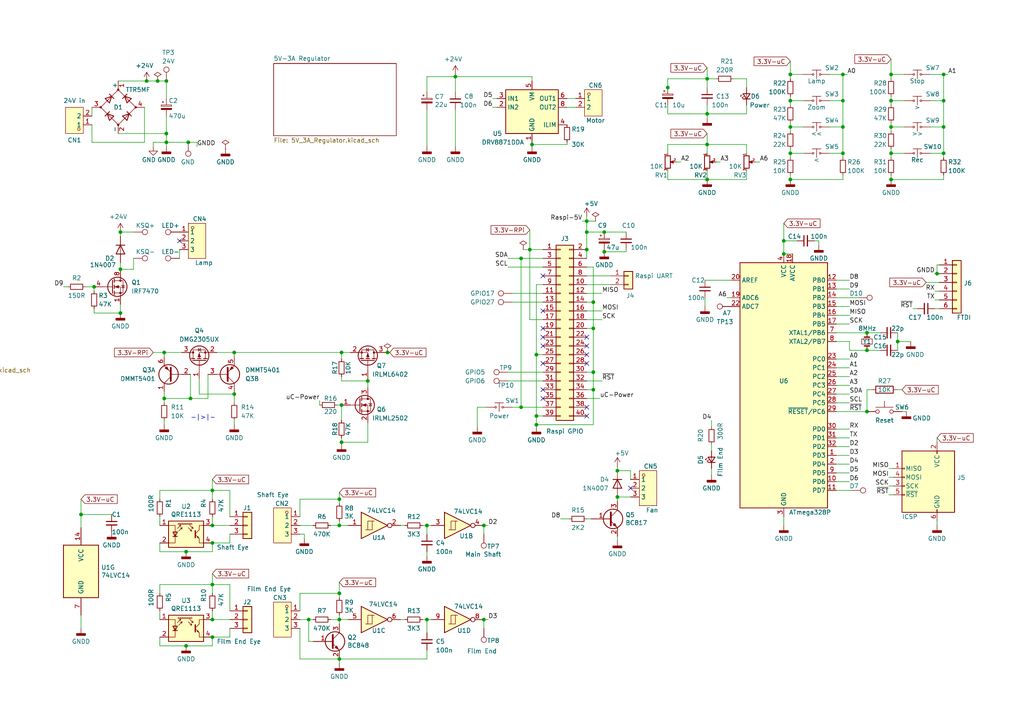
<source format=kicad_sch>
(kicad_sch (version 20230121) (generator eeschema)
  (paper "A4")
  (junction (at 273.685 21.59))
  (junction (at 229.235 29.21))
  (junction (at 170.18 64.135))
  (junction (at 99.06 128.27))
  (junction (at 205.105 33.02))
  (junction (at 47.625 102.235))
  (junction (at 258.445 21.59))
  (junction (at 170.18 67.31))
  (junction (at 48.26 38.735))
  (junction (at 67.945 114.3))
  (junction (at 48.26 41.275))
  (junction (at 42.545 23.495))
  (junction (at 172.085 95.25))
  (junction (at 132.08 22.225))
  (junction (at 244.475 36.83))
  (junction (at 61.595 142.24))
  (junction (at 258.445 44.45))
  (junction (at 61.595 179.705))
  (junction (at 155.575 123.19))
  (junction (at 98.425 152.4))
  (junction (at 23.495 149.225))
  (junction (at 89.535 179.705))
  (junction (at 47.625 115.57))
  (junction (at 53.975 187.325))
  (junction (at 258.445 36.83))
  (junction (at 251.46 119.38))
  (junction (at 273.685 44.45))
  (junction (at 271.78 79.375))
  (junction (at 251.46 96.52))
  (junction (at 54.61 41.275))
  (junction (at 61.595 169.545))
  (junction (at 170.18 72.39))
  (junction (at 45.72 23.495))
  (junction (at 175.26 73.025))
  (junction (at 227.33 73.66))
  (junction (at 61.595 152.4))
  (junction (at 193.675 25.4))
  (junction (at 155.575 120.65))
  (junction (at 229.235 21.59))
  (junction (at 155.575 102.87))
  (junction (at 98.425 179.705))
  (junction (at 98.425 172.085))
  (junction (at 179.07 136.525))
  (junction (at 244.475 21.59))
  (junction (at 258.445 29.21))
  (junction (at 172.085 107.95))
  (junction (at 55.245 115.57))
  (junction (at 273.685 29.21))
  (junction (at 34.925 90.805))
  (junction (at 229.235 44.45))
  (junction (at 123.825 179.705))
  (junction (at 175.26 67.31))
  (junction (at 273.685 36.83))
  (junction (at 205.105 22.86))
  (junction (at 172.085 87.63))
  (junction (at 151.13 118.11))
  (junction (at 172.085 113.03))
  (junction (at 106.68 110.49))
  (junction (at 99.06 102.235))
  (junction (at 61.595 157.48))
  (junction (at 99.06 117.475))
  (junction (at 140.335 179.705))
  (junction (at 34.925 78.105))
  (junction (at 229.235 52.07))
  (junction (at 98.425 191.135))
  (junction (at 179.07 144.145))
  (junction (at 112.395 102.235))
  (junction (at 229.235 36.83))
  (junction (at 258.445 52.07))
  (junction (at 123.825 152.4))
  (junction (at 153.67 72.39))
  (junction (at 53.975 160.02))
  (junction (at 227.33 69.85))
  (junction (at 244.475 44.45))
  (junction (at 205.105 41.91))
  (junction (at 27.305 83.185))
  (junction (at 34.925 67.31))
  (junction (at 205.105 52.07))
  (junction (at 151.13 74.93))
  (junction (at 61.595 184.785))
  (junction (at 251.46 101.6))
  (junction (at 154.305 41.91))
  (junction (at 140.335 152.4))
  (junction (at 98.425 144.78))
  (junction (at 244.475 29.21))
  (junction (at 260.35 99.06))
  (junction (at 48.26 23.495))
  (junction (at 67.945 102.235))
  (no_connect (at 157.48 97.79))
  (no_connect (at 157.48 100.33))
  (no_connect (at 52.07 69.85))
  (no_connect (at 170.18 102.87))
  (no_connect (at 157.48 113.03))
  (no_connect (at 170.18 97.79))
  (no_connect (at 157.48 95.25))
  (no_connect (at 157.48 80.01))
  (no_connect (at 170.18 105.41))
  (no_connect (at 157.48 115.57))
  (no_connect (at 170.18 118.11))
  (no_connect (at 157.48 90.17))
  (no_connect (at 170.18 120.65))
  (no_connect (at 182.88 141.605))
  (no_connect (at 170.18 100.33))
  (no_connect (at 157.48 105.41))
  (wire (pts (xy 154.305 41.91) (xy 164.465 41.91)))
  (wire (pts (xy 98.425 179.705) (xy 98.425 178.435)))
  (wire (pts (xy 206.375 121.92) (xy 206.375 123.825)))
  (wire (pts (xy 258.445 35.56) (xy 258.445 36.83)))
  (wire (pts (xy 251.46 113.03) (xy 252.73 113.03)))
  (wire (pts (xy 61.595 169.545) (xy 61.595 172.085)))
  (wire (pts (xy 269.875 44.45) (xy 273.685 44.45)))
  (wire (pts (xy 242.57 142.24) (xy 247.015 142.24)))
  (wire (pts (xy 147.32 77.47) (xy 157.48 77.47)))
  (wire (pts (xy 258.445 50.8) (xy 258.445 52.07)))
  (wire (pts (xy 170.18 90.17) (xy 174.625 90.17)))
  (wire (pts (xy 23.495 178.435) (xy 23.495 182.245)))
  (wire (pts (xy 172.085 107.95) (xy 172.085 113.03)))
  (wire (pts (xy 148.59 87.63) (xy 157.48 87.63)))
  (wire (pts (xy 88.265 154.94) (xy 88.265 156.21)))
  (wire (pts (xy 112.395 102.235) (xy 113.03 102.235)))
  (wire (pts (xy 66.675 149.86) (xy 66.675 142.24)))
  (wire (pts (xy 205.105 22.86) (xy 205.105 25.4)))
  (wire (pts (xy 122.555 179.705) (xy 123.825 179.705)))
  (wire (pts (xy 172.085 123.19) (xy 155.575 123.19)))
  (wire (pts (xy 54.61 41.275) (xy 57.15 41.275)))
  (wire (pts (xy 98.425 144.78) (xy 98.425 146.05)))
  (wire (pts (xy 122.555 152.4) (xy 123.825 152.4)))
  (wire (pts (xy 67.945 114.3) (xy 67.945 113.665)))
  (wire (pts (xy 148.59 85.09) (xy 157.48 85.09)))
  (wire (pts (xy 229.235 50.8) (xy 229.235 52.07)))
  (wire (pts (xy 99.06 110.49) (xy 106.68 110.49)))
  (wire (pts (xy 242.57 137.16) (xy 246.38 137.16)))
  (wire (pts (xy 258.445 36.83) (xy 262.255 36.83)))
  (wire (pts (xy 41.91 31.115) (xy 41.91 41.275)))
  (wire (pts (xy 116.205 179.705) (xy 117.475 179.705)))
  (wire (pts (xy 210.82 86.36) (xy 212.09 86.36)))
  (wire (pts (xy 193.675 25.4) (xy 193.675 22.86)))
  (wire (pts (xy 168.91 64.135) (xy 170.18 64.135)))
  (wire (pts (xy 212.725 22.86) (xy 216.535 22.86)))
  (wire (pts (xy 227.33 64.77) (xy 227.33 69.85)))
  (wire (pts (xy 66.675 169.545) (xy 61.595 169.545)))
  (wire (pts (xy 95.885 179.705) (xy 98.425 179.705)))
  (wire (pts (xy 106.68 109.855) (xy 106.68 110.49)))
  (wire (pts (xy 175.26 73.025) (xy 181.61 73.025)))
  (wire (pts (xy 216.535 49.53) (xy 216.535 52.07)))
  (wire (pts (xy 271.78 76.835) (xy 271.78 79.375)))
  (wire (pts (xy 271.78 79.375) (xy 272.415 79.375)))
  (wire (pts (xy 140.335 152.4) (xy 140.335 154.94)))
  (wire (pts (xy 251.46 96.52) (xy 255.27 96.52)))
  (wire (pts (xy 123.825 154.94) (xy 123.825 152.4)))
  (wire (pts (xy 45.72 23.495) (xy 48.26 23.495)))
  (wire (pts (xy 193.675 26.035) (xy 193.675 25.4)))
  (wire (pts (xy 227.33 149.86) (xy 227.33 152.4)))
  (wire (pts (xy 175.26 72.39) (xy 175.26 73.025)))
  (wire (pts (xy 207.645 46.99) (xy 208.915 46.99)))
  (wire (pts (xy 132.08 22.225) (xy 132.08 26.67)))
  (wire (pts (xy 66.675 154.94) (xy 66.675 157.48)))
  (wire (pts (xy 62.865 102.235) (xy 67.945 102.235)))
  (wire (pts (xy 260.35 99.06) (xy 260.35 101.6)))
  (wire (pts (xy 46.355 172.085) (xy 46.355 169.545)))
  (wire (pts (xy 216.535 33.02) (xy 205.105 33.02)))
  (wire (pts (xy 273.685 21.59) (xy 273.685 29.21)))
  (wire (pts (xy 193.675 41.91) (xy 193.675 44.45)))
  (wire (pts (xy 66.675 184.785) (xy 61.595 184.785)))
  (wire (pts (xy 264.795 89.535) (xy 266.065 89.535)))
  (wire (pts (xy 219.075 46.99) (xy 220.345 46.99)))
  (wire (pts (xy 273.685 29.21) (xy 273.685 36.83)))
  (wire (pts (xy 164.465 28.575) (xy 167.005 28.575)))
  (wire (pts (xy 23.495 153.035) (xy 23.495 149.225)))
  (wire (pts (xy 61.595 177.165) (xy 61.595 179.705)))
  (wire (pts (xy 98.425 191.135) (xy 123.825 191.135)))
  (wire (pts (xy 98.425 191.135) (xy 98.425 192.405)))
  (wire (pts (xy 34.925 76.2) (xy 34.925 78.105)))
  (wire (pts (xy 240.665 36.83) (xy 244.475 36.83)))
  (wire (pts (xy 205.105 41.91) (xy 205.105 44.45)))
  (wire (pts (xy 272.415 76.835) (xy 271.78 76.835)))
  (wire (pts (xy 47.625 113.665) (xy 47.625 115.57)))
  (wire (pts (xy 260.35 99.06) (xy 264.16 99.06)))
  (wire (pts (xy 204.47 81.28) (xy 212.09 81.28)))
  (wire (pts (xy 155.575 82.55) (xy 155.575 102.87)))
  (wire (pts (xy 132.08 21.59) (xy 132.08 22.225)))
  (wire (pts (xy 242.57 109.22) (xy 246.38 109.22)))
  (wire (pts (xy 205.105 38.735) (xy 205.105 41.91)))
  (wire (pts (xy 99.06 128.27) (xy 99.06 128.905)))
  (wire (pts (xy 46.355 152.4) (xy 46.355 149.86)))
  (wire (pts (xy 27.305 90.805) (xy 27.305 89.535)))
  (wire (pts (xy 48.26 41.275) (xy 48.26 42.545)))
  (wire (pts (xy 172.085 77.47) (xy 172.085 87.63)))
  (wire (pts (xy 106.68 110.49) (xy 106.68 112.395)))
  (wire (pts (xy 123.825 152.4) (xy 125.095 152.4)))
  (wire (pts (xy 132.08 22.225) (xy 154.305 22.225)))
  (wire (pts (xy 242.57 119.38) (xy 251.46 119.38)))
  (wire (pts (xy 227.33 69.85) (xy 231.14 69.85)))
  (wire (pts (xy 229.235 29.21) (xy 229.235 30.48)))
  (wire (pts (xy 47.625 115.57) (xy 55.245 115.57)))
  (wire (pts (xy 53.975 160.02) (xy 61.595 160.02)))
  (wire (pts (xy 271.145 84.455) (xy 272.415 84.455)))
  (wire (pts (xy 242.57 129.54) (xy 246.38 129.54)))
  (wire (pts (xy 242.57 139.7) (xy 246.38 139.7)))
  (wire (pts (xy 261.62 119.38) (xy 262.89 119.38)))
  (wire (pts (xy 216.535 41.91) (xy 216.535 44.45)))
  (wire (pts (xy 271.145 86.995) (xy 272.415 86.995)))
  (wire (pts (xy 98.425 168.91) (xy 98.425 172.085)))
  (wire (pts (xy 170.18 87.63) (xy 172.085 87.63)))
  (wire (pts (xy 86.995 172.085) (xy 98.425 172.085)))
  (wire (pts (xy 106.68 128.27) (xy 99.06 128.27)))
  (wire (pts (xy 229.235 44.45) (xy 233.045 44.45)))
  (wire (pts (xy 132.08 22.225) (xy 123.825 22.225)))
  (wire (pts (xy 99.06 104.14) (xy 99.06 102.235)))
  (wire (pts (xy 170.18 110.49) (xy 174.625 110.49)))
  (wire (pts (xy 205.105 52.07) (xy 216.535 52.07)))
  (wire (pts (xy 170.18 95.25) (xy 172.085 95.25)))
  (wire (pts (xy 154.305 42.545) (xy 154.305 41.91)))
  (wire (pts (xy 86.995 144.78) (xy 86.995 149.86)))
  (wire (pts (xy 99.06 117.475) (xy 99.06 121.92)))
  (wire (pts (xy 48.26 41.275) (xy 44.45 41.275)))
  (wire (pts (xy 246.38 99.06) (xy 246.38 101.6)))
  (wire (pts (xy 147.32 110.49) (xy 157.48 110.49)))
  (wire (pts (xy 66.675 142.24) (xy 61.595 142.24)))
  (wire (pts (xy 273.685 44.45) (xy 273.685 45.72)))
  (wire (pts (xy 273.685 50.8) (xy 273.685 52.07)))
  (wire (pts (xy 61.595 152.4) (xy 66.675 152.4)))
  (wire (pts (xy 66.675 182.245) (xy 66.675 184.785)))
  (wire (pts (xy 151.13 74.93) (xy 157.48 74.93)))
  (wire (pts (xy 205.105 19.685) (xy 205.105 22.86)))
  (wire (pts (xy 170.18 115.57) (xy 173.99 115.57)))
  (wire (pts (xy 48.26 23.495) (xy 48.26 28.575)))
  (wire (pts (xy 60.325 108.585) (xy 60.325 115.57)))
  (wire (pts (xy 98.425 142.875) (xy 98.425 144.78)))
  (wire (pts (xy 258.445 21.59) (xy 262.255 21.59)))
  (wire (pts (xy 61.595 160.02) (xy 61.595 157.48)))
  (wire (pts (xy 229.235 35.56) (xy 229.235 36.83)))
  (wire (pts (xy 46.355 169.545) (xy 61.595 169.545)))
  (wire (pts (xy 99.06 102.235) (xy 101.6 102.235)))
  (wire (pts (xy 269.875 29.21) (xy 273.685 29.21)))
  (wire (pts (xy 86.995 179.705) (xy 89.535 179.705)))
  (wire (pts (xy 170.18 62.865) (xy 170.18 64.135)))
  (wire (pts (xy 123.825 183.515) (xy 123.825 179.705)))
  (wire (pts (xy 229.235 43.18) (xy 229.235 44.45)))
  (wire (pts (xy 57.785 114.3) (xy 67.945 114.3)))
  (wire (pts (xy 242.57 124.46) (xy 246.38 124.46)))
  (wire (pts (xy 271.78 151.13) (xy 271.78 152.4)))
  (wire (pts (xy 123.825 42.545) (xy 123.825 31.75)))
  (wire (pts (xy 55.245 108.585) (xy 55.245 115.57)))
  (wire (pts (xy 66.675 157.48) (xy 61.595 157.48)))
  (wire (pts (xy 155.575 120.65) (xy 157.48 120.65)))
  (wire (pts (xy 242.57 114.3) (xy 246.38 114.3)))
  (wire (pts (xy 123.825 160.02) (xy 123.825 161.29)))
  (wire (pts (xy 116.205 152.4) (xy 117.475 152.4)))
  (wire (pts (xy 54.61 41.275) (xy 48.26 41.275)))
  (wire (pts (xy 206.375 128.905) (xy 206.375 130.81)))
  (wire (pts (xy 23.495 149.225) (xy 32.385 149.225)))
  (wire (pts (xy 216.535 30.48) (xy 216.535 33.02)))
  (wire (pts (xy 86.995 182.245) (xy 86.995 191.135)))
  (wire (pts (xy 181.61 73.025) (xy 181.61 72.39)))
  (wire (pts (xy 242.57 99.06) (xy 246.38 99.06)))
  (wire (pts (xy 57.785 109.855) (xy 57.785 114.3)))
  (wire (pts (xy 242.57 111.76) (xy 246.38 111.76)))
  (wire (pts (xy 258.445 27.94) (xy 258.445 29.21)))
  (wire (pts (xy 170.18 72.39) (xy 170.18 74.93)))
  (wire (pts (xy 258.445 43.18) (xy 258.445 44.45)))
  (wire (pts (xy 67.945 102.235) (xy 99.06 102.235)))
  (wire (pts (xy 246.38 101.6) (xy 251.46 101.6)))
  (wire (pts (xy 147.32 107.95) (xy 157.48 107.95)))
  (wire (pts (xy 205.105 41.91) (xy 216.535 41.91)))
  (wire (pts (xy 257.81 143.51) (xy 259.08 143.51)))
  (wire (pts (xy 244.475 21.59) (xy 244.475 29.21)))
  (wire (pts (xy 271.78 127) (xy 271.78 128.27)))
  (wire (pts (xy 53.975 187.325) (xy 61.595 187.325)))
  (wire (pts (xy 229.235 21.59) (xy 229.235 22.86)))
  (wire (pts (xy 205.105 22.86) (xy 207.645 22.86)))
  (wire (pts (xy 55.245 115.57) (xy 60.325 115.57)))
  (wire (pts (xy 170.18 67.31) (xy 175.26 67.31)))
  (wire (pts (xy 260.35 113.03) (xy 261.62 113.03)))
  (wire (pts (xy 170.18 92.71) (xy 174.625 92.71)))
  (wire (pts (xy 67.945 121.92) (xy 67.945 123.19)))
  (wire (pts (xy 242.57 88.9) (xy 246.38 88.9)))
  (wire (pts (xy 138.43 118.11) (xy 138.43 123.825)))
  (wire (pts (xy 193.675 30.48) (xy 193.675 33.02)))
  (wire (pts (xy 34.925 67.31) (xy 38.735 67.31)))
  (wire (pts (xy 155.575 123.19) (xy 155.575 120.65)))
  (wire (pts (xy 170.18 64.135) (xy 172.72 64.135)))
  (wire (pts (xy 244.475 29.21) (xy 244.475 36.83)))
  (wire (pts (xy 193.675 49.53) (xy 193.675 52.07)))
  (wire (pts (xy 273.685 36.83) (xy 273.685 44.45)))
  (wire (pts (xy 258.445 52.07) (xy 273.685 52.07)))
  (wire (pts (xy 205.105 33.02) (xy 193.675 33.02)))
  (wire (pts (xy 193.675 22.86) (xy 205.105 22.86)))
  (wire (pts (xy 151.13 74.93) (xy 151.13 118.11)))
  (wire (pts (xy 244.475 44.45) (xy 244.475 45.72)))
  (wire (pts (xy 205.105 30.48) (xy 205.105 33.02)))
  (wire (pts (xy 98.425 152.4) (xy 100.965 152.4)))
  (wire (pts (xy 258.445 44.45) (xy 258.445 45.72)))
  (wire (pts (xy 98.425 180.975) (xy 98.425 179.705)))
  (wire (pts (xy 34.925 88.265) (xy 34.925 90.805)))
  (wire (pts (xy 258.445 44.45) (xy 262.255 44.45)))
  (wire (pts (xy 271.145 79.375) (xy 271.78 79.375)))
  (wire (pts (xy 46.355 144.78) (xy 46.355 142.24)))
  (wire (pts (xy 27.305 90.805) (xy 34.925 90.805)))
  (wire (pts (xy 237.49 69.85) (xy 237.49 71.12)))
  (wire (pts (xy 258.445 29.21) (xy 262.255 29.21)))
  (wire (pts (xy 229.235 36.83) (xy 233.045 36.83)))
  (wire (pts (xy 242.57 91.44) (xy 246.38 91.44)))
  (wire (pts (xy 123.825 188.595) (xy 123.825 191.135)))
  (wire (pts (xy 170.18 64.135) (xy 170.18 67.31)))
  (wire (pts (xy 98.425 172.085) (xy 98.425 173.355)))
  (wire (pts (xy 242.57 132.08) (xy 246.38 132.08)))
  (wire (pts (xy 240.665 29.21) (xy 244.475 29.21)))
  (wire (pts (xy 242.57 127) (xy 246.38 127)))
  (wire (pts (xy 170.18 80.01) (xy 177.165 80.01)))
  (wire (pts (xy 251.46 119.38) (xy 251.46 113.03)))
  (wire (pts (xy 196.215 46.99) (xy 197.485 46.99)))
  (wire (pts (xy 46.355 142.24) (xy 61.595 142.24)))
  (wire (pts (xy 46.355 160.02) (xy 53.975 160.02)))
  (wire (pts (xy 157.48 82.55) (xy 155.575 82.55)))
  (wire (pts (xy 242.57 134.62) (xy 246.38 134.62)))
  (wire (pts (xy 42.545 23.495) (xy 45.72 23.495)))
  (wire (pts (xy 204.47 86.36) (xy 204.47 88.9)))
  (wire (pts (xy 260.35 96.52) (xy 260.35 99.06)))
  (wire (pts (xy 242.57 116.84) (xy 246.38 116.84)))
  (wire (pts (xy 179.07 135.255) (xy 179.07 136.525)))
  (wire (pts (xy 164.465 41.91) (xy 164.465 41.275)))
  (wire (pts (xy 123.825 22.225) (xy 123.825 26.67)))
  (wire (pts (xy 47.625 121.92) (xy 47.625 123.19)))
  (wire (pts (xy 164.465 31.115) (xy 167.005 31.115)))
  (wire (pts (xy 86.995 154.94) (xy 88.265 154.94)))
  (wire (pts (xy 154.305 23.495) (xy 154.305 22.225)))
  (wire (pts (xy 268.605 81.915) (xy 272.415 81.915)))
  (wire (pts (xy 154.305 41.91) (xy 154.305 41.275)))
  (wire (pts (xy 142.875 31.115) (xy 144.145 31.115)))
  (wire (pts (xy 38.735 74.93) (xy 38.735 78.105)))
  (wire (pts (xy 140.335 152.4) (xy 141.605 152.4)))
  (wire (pts (xy 170.18 72.39) (xy 170.18 67.31)))
  (wire (pts (xy 95.885 152.4) (xy 98.425 152.4)))
  (wire (pts (xy 153.67 92.71) (xy 153.67 72.39)))
  (wire (pts (xy 205.105 33.02) (xy 205.105 34.29)))
  (wire (pts (xy 61.595 179.705) (xy 66.675 179.705)))
  (wire (pts (xy 153.67 72.39) (xy 157.48 72.39)))
  (wire (pts (xy 151.13 118.11) (xy 157.48 118.11)))
  (wire (pts (xy 172.085 113.03) (xy 172.085 123.19)))
  (wire (pts (xy 172.085 87.63) (xy 172.085 95.25)))
  (wire (pts (xy 142.875 28.575) (xy 144.145 28.575)))
  (wire (pts (xy 86.995 191.135) (xy 98.425 191.135)))
  (wire (pts (xy 193.675 41.91) (xy 205.105 41.91)))
  (wire (pts (xy 67.945 102.235) (xy 67.945 103.505)))
  (wire (pts (xy 179.07 144.145) (xy 182.88 144.145)))
  (wire (pts (xy 34.29 38.735) (xy 48.26 38.735)))
  (wire (pts (xy 269.875 21.59) (xy 273.685 21.59)))
  (wire (pts (xy 258.445 29.21) (xy 258.445 30.48)))
  (wire (pts (xy 229.235 21.59) (xy 233.045 21.59)))
  (wire (pts (xy 258.445 17.145) (xy 258.445 21.59)))
  (wire (pts (xy 52.705 102.235) (xy 47.625 102.235)))
  (wire (pts (xy 90.805 179.705) (xy 89.535 179.705)))
  (wire (pts (xy 229.235 17.78) (xy 229.235 21.59)))
  (wire (pts (xy 244.475 36.83) (xy 244.475 44.45)))
  (wire (pts (xy 257.81 138.43) (xy 259.08 138.43)))
  (wire (pts (xy 242.57 83.82) (xy 246.38 83.82)))
  (wire (pts (xy 240.665 21.59) (xy 244.475 21.59)))
  (wire (pts (xy 98.425 152.4) (xy 98.425 151.13)))
  (wire (pts (xy 258.445 21.59) (xy 258.445 22.86)))
  (wire (pts (xy 46.355 184.785) (xy 46.355 187.325)))
  (wire (pts (xy 23.495 144.78) (xy 23.495 149.225)))
  (wire (pts (xy 61.595 187.325) (xy 61.595 184.785)))
  (wire (pts (xy 132.08 42.545) (xy 132.08 31.75)))
  (wire (pts (xy 46.355 179.705) (xy 46.355 177.165)))
  (wire (pts (xy 41.91 41.275) (xy 26.67 41.275)))
  (wire (pts (xy 155.575 102.87) (xy 155.575 120.65)))
  (wire (pts (xy 258.445 36.83) (xy 258.445 38.1)))
  (wire (pts (xy 162.56 150.495) (xy 165.1 150.495)))
  (wire (pts (xy 92.71 116.205) (xy 92.71 117.475)))
  (wire (pts (xy 57.15 41.275) (xy 57.15 42.545)))
  (wire (pts (xy 89.535 179.705) (xy 89.535 186.055)))
  (wire (pts (xy 151.765 72.39) (xy 153.67 72.39)))
  (wire (pts (xy 46.355 187.325) (xy 53.975 187.325)))
  (wire (pts (xy 271.145 89.535) (xy 272.415 89.535)))
  (wire (pts (xy 61.595 166.37) (xy 61.595 169.545)))
  (wire (pts (xy 257.81 135.89) (xy 259.08 135.89)))
  (wire (pts (xy 24.765 83.185) (xy 27.305 83.185)))
  (wire (pts (xy 179.07 155.575) (xy 179.07 156.845)))
  (wire (pts (xy 240.665 44.45) (xy 244.475 44.45)))
  (wire (pts (xy 86.995 144.78) (xy 98.425 144.78)))
  (wire (pts (xy 251.46 101.6) (xy 255.27 101.6)))
  (wire (pts (xy 153.67 66.675) (xy 153.67 72.39)))
  (wire (pts (xy 123.825 179.705) (xy 125.095 179.705)))
  (wire (pts (xy 34.29 23.495) (xy 42.545 23.495)))
  (wire (pts (xy 273.685 21.59) (xy 274.955 21.59)))
  (wire (pts (xy 193.675 52.07) (xy 205.105 52.07)))
  (wire (pts (xy 99.06 109.22) (xy 99.06 110.49)))
  (wire (pts (xy 182.88 136.525) (xy 182.88 139.065)))
  (wire (pts (xy 242.57 106.68) (xy 246.38 106.68)))
  (wire (pts (xy 175.26 67.31) (xy 181.61 67.31)))
  (wire (pts (xy 244.475 21.59) (xy 245.745 21.59)))
  (wire (pts (xy 242.57 81.28) (xy 246.38 81.28)))
  (wire (pts (xy 157.48 92.71) (xy 153.67 92.71)))
  (wire (pts (xy 99.06 127) (xy 99.06 128.27)))
  (wire (pts (xy 52.07 72.39) (xy 52.07 74.93)))
  (wire (pts (xy 44.45 41.275) (xy 44.45 42.545)))
  (wire (pts (xy 155.575 123.19) (xy 155.575 123.825)))
  (wire (pts (xy 86.995 152.4) (xy 90.805 152.4)))
  (wire (pts (xy 140.335 179.705) (xy 140.335 182.245)))
  (wire (pts (xy 106.68 122.555) (xy 106.68 128.27)))
  (wire (pts (xy 269.875 36.83) (xy 273.685 36.83)))
  (wire (pts (xy 147.32 74.93) (xy 151.13 74.93)))
  (wire (pts (xy 61.595 142.24) (xy 61.595 144.78)))
  (wire (pts (xy 148.59 118.11) (xy 151.13 118.11)))
  (wire (pts (xy 206.375 135.89) (xy 206.375 137.795)))
  (wire (pts (xy 18.415 83.185) (xy 19.685 83.185)))
  (wire (pts (xy 170.18 113.03) (xy 172.085 113.03)))
  (wire (pts (xy 86.995 172.085) (xy 86.995 177.165)))
  (wire (pts (xy 229.235 44.45) (xy 229.235 45.72)))
  (wire (pts (xy 48.26 41.275) (xy 48.26 38.735)))
  (wire (pts (xy 170.18 77.47) (xy 172.085 77.47)))
  (wire (pts (xy 170.18 107.95) (xy 172.085 107.95)))
  (wire (pts (xy 98.425 179.705) (xy 100.965 179.705)))
  (wire (pts (xy 44.45 102.235) (xy 47.625 102.235)))
  (wire (pts (xy 229.235 29.21) (xy 233.045 29.21)))
  (wire (pts (xy 227.33 69.85) (xy 227.33 73.66)))
  (wire (pts (xy 67.945 114.3) (xy 67.945 116.84)))
  (wire (pts (xy 170.18 150.495) (xy 171.45 150.495)))
  (wire (pts (xy 38.735 78.105) (xy 34.925 78.105)))
  (wire (pts (xy 172.085 95.25) (xy 172.085 107.95)))
  (wire (pts (xy 242.57 93.98) (xy 246.38 93.98)))
  (wire (pts (xy 244.475 50.8) (xy 244.475 52.07)))
  (wire (pts (xy 216.535 22.86) (xy 216.535 25.4)))
  (wire (pts (xy 229.235 52.07) (xy 244.475 52.07)))
  (wire (pts (xy 242.57 96.52) (xy 251.46 96.52)))
  (wire (pts (xy 236.22 69.85) (xy 237.49 69.85)))
  (wire (pts (xy 140.335 179.705) (xy 141.605 179.705)))
  (wire (pts (xy 229.235 27.94) (xy 229.235 29.21)))
  (wire (pts (xy 112.395 102.235) (xy 111.76 102.235)))
  (wire (pts (xy 205.105 52.07) (xy 205.105 49.53)))
  (wire (pts (xy 26.67 36.195) (xy 26.67 41.275)))
  (wire (pts (xy 61.595 139.065) (xy 61.595 142.24)))
  (wire (pts (xy 66.675 177.165) (xy 66.675 169.545)))
  (wire (pts (xy 46.355 157.48) (xy 46.355 160.02)))
  (wire (pts (xy 179.07 136.525) (xy 182.88 136.525)))
  (wire (pts (xy 227.33 73.66) (xy 229.87 73.66)))
  (wire (pts (xy 248.92 86.36) (xy 242.57 86.36)))
  (wire (pts (xy 242.57 104.14) (xy 246.38 104.14)))
  (wire (pts (xy 89.535 186.055) (xy 90.805 186.055)))
  (wire (pts (xy 229.235 36.83) (xy 229.235 38.1)))
  (wire (pts (xy 26.67 33.655) (xy 26.67 31.115)))
  (wire (pts (xy 34.925 67.31) (xy 34.925 68.58)))
  (wire (pts (xy 47.625 102.235) (xy 47.625 103.505)))
  (wire (pts (xy 138.43 118.11) (xy 140.97 118.11)))
  (wire (pts (xy 47.625 115.57) (xy 47.625 116.84)))
  (wire (pts (xy 170.18 85.09) (xy 174.625 85.09)))
  (wire (pts (xy 179.07 144.145) (xy 179.07 145.415)))
  (wire (pts (xy 170.18 82.55) (xy 177.165 82.55)))
  (wire (pts (xy 27.305 83.185) (xy 27.305 84.455)))
  (wire (pts (xy 257.81 140.97) (xy 259.08 140.97)))
  (wire (pts (xy 155.575 102.87) (xy 157.48 102.87)))
  (wire (pts (xy 61.595 149.86) (xy 61.595 152.4)))
  (wire (pts (xy 48.26 33.655) (xy 48.26 38.735)))
  (wire (pts (xy 97.79 117.475) (xy 99.06 117.475)))
  (text "-|>|-" (at 55.245 121.92 0) (effects (font (size 1.27 1.27)) (justify left bottom)))
  (label "D4" (at 206.375 121.92 180))
  (label "GNDD" (at 57.15 42.545 0))
  (label "D3" (at 141.605 179.705 0))
  (label "GNDD" (at 271.145 79.375 180))
  (label "TX" (at 271.145 86.995 180))
  (label "SDA" (at 246.38 114.3 0))
  (label "A3" (at 208.915 46.99 0))
  (label "RX" (at 246.38 124.46 0))
  (label "A1" (at 246.38 106.68 0))
  (label "A0" (at 246.38 104.14 0))
  (label "MISO" (at 174.625 85.09 0))
  (label "D6" (at 246.38 139.7 0))
  (label "D5" (at 246.38 137.16 0))
  (label "MOSI" (at 246.38 88.9 0))
  (label "SCK" (at 174.625 92.71 0))
  (label "uC-Power" (at 173.99 115.57 0))
  (label "MOSI" (at 257.81 138.43 180))
  (label "TX" (at 246.38 127 0))
  (label "A2" (at 246.38 109.22 0))
  (label "SCL" (at 246.38 116.84 0))
  (label "MISO" (at 257.81 135.89 180))
  (label "A6" (at 220.345 46.99 0))
  (label "A1" (at 274.955 21.59 0))
  (label "D2" (at 141.605 152.4 0))
  (label "A2" (at 197.485 46.99 0))
  (label "D8" (at 246.38 81.28 0))
  (label "~{RST}" (at 264.795 89.535 180))
  (label "SCK" (at 257.81 140.97 180))
  (label "uC-Power" (at 92.71 116.205 180))
  (label "D5" (at 142.875 28.575 180))
  (label "Raspi-5V" (at 168.91 64.135 180))
  (label "SCL" (at 147.32 77.47 180))
  (label "~{RST}" (at 246.38 119.38 0))
  (label "D9" (at 18.415 83.185 180))
  (label "D2" (at 246.38 129.54 0))
  (label "A3" (at 246.38 111.76 0))
  (label "A6" (at 210.82 86.36 180))
  (label "~{RST}" (at 174.625 110.49 0))
  (label "SDA" (at 147.32 74.93 180))
  (label "RX" (at 271.145 84.455 180))
  (label "D9" (at 246.38 83.82 0))
  (label "SCK" (at 246.38 93.98 0))
  (label "D3" (at 246.38 132.08 0))
  (label "D8" (at 162.56 150.495 180))
  (label "D4" (at 246.38 134.62 0))
  (label "D6" (at 142.875 31.115 180))
  (label "~{RST}" (at 257.81 143.51 180))
  (label "MISO" (at 246.38 91.44 0))
  (label "MOSI" (at 174.625 90.17 0))
  (label "A0" (at 245.745 21.59 0))
  (global_label "3.3V-uC" (shape input) (at 113.03 102.235 0) (property "Intersheetrefs" "${INTERSHEET_REFS}" (effects hide)))
  (global_label "3.3V-uC" (shape input) (at 268.605 81.915 180) (property "Intersheetrefs" "${INTERSHEET_REFS}" (effects hide)))
  (global_label "3.3V-uC" (shape input) (at 229.235 17.78 180) (property "Intersheetrefs" "${INTERSHEET_REFS}" (effects hide)))
  (global_label "3.3V-uC" (shape input) (at 258.445 17.145 180) (property "Intersheetrefs" "${INTERSHEET_REFS}" (effects hide)))
  (global_label "3.3V-uC" (shape input) (at 23.495 144.78 0) (property "Intersheetrefs" "${INTERSHEET_REFS}" (effects hide)))
  (global_label "3.3V-uC" (shape input) (at 98.425 168.91 0) (property "Intersheetrefs" "${INTERSHEET_REFS}" (effects hide)))
  (global_label "3.3V-RPi" (shape input) (at 153.67 66.675 180) (property "Intersheetrefs" "${INTERSHEET_REFS}" (effects hide)))
  (global_label "3.3V-uC" (shape input) (at 61.595 166.37 0) (property "Intersheetrefs" "${INTERSHEET_REFS}" (effects hide)))
  (global_label "3.3V-uC" (shape input) (at 261.62 113.03 0) (property "Intersheetrefs" "${INTERSHEET_REFS}" (effects hide)))
  (global_label "3.3V-uC" (shape input) (at 205.105 19.685 180) (property "Intersheetrefs" "${INTERSHEET_REFS}" (effects hide)))
  (global_label "3.3V-uC" (shape input) (at 98.425 142.875 0) (property "Intersheetrefs" "${INTERSHEET_REFS}" (effects hide)))
  (global_label "3.3V-uC" (shape input) (at 227.33 64.77 0) (property "Intersheetrefs" "${INTERSHEET_REFS}" (effects hide)))
  (global_label "3.3V-uC" (shape input) (at 205.105 38.735 180) (property "Intersheetrefs" "${INTERSHEET_REFS}" (effects hide)))
  (global_label "3.3V-uC" (shape input) (at 61.595 139.065 0) (property "Intersheetrefs" "${INTERSHEET_REFS}" (effects hide)))
  (global_label "3.3V-uC" (shape input) (at 271.78 127 0) (property "Intersheetrefs" "${INTERSHEET_REFS}" (effects hide)))
  (global_label "3.3V-RPi" (shape input) (at 44.45 102.235 180) (property "Intersheetrefs" "${INTERSHEET_REFS}" (effects hide)))
  (symbol (lib_id "MCU_Microchip_ATmega:ATmega328P-A") (at 227.33 111.76 0) (unit 1)
    (property "Reference" "U6" (at 227.33 110.49 0))
    (property "Value" "ATmega328P" (at 234.95 148.59 0))
    (property "Footprint" "Package_QFP:TQFP-32_7x7mm_P0.8mm" (effects hide))
    (property "Datasheet" "http://ww1.microchip.com/downloads/en/DeviceDoc/ATmega328_P%20AVR%20MCU%20with%20picoPower%20Technology%20Data%20Sheet%2040001984A.pdf" (effects hide))
    (property "LCSC" "C14877" (effects hide))
  )
  (symbol (lib_id "Device:C_Small") (at 257.81 96.52 270) (unit 1)
    (property "Reference" "C15" (at 255.27 97.79 90))
    (property "Value" "22p" (at 260.35 95.25 90))
    (property "Footprint" "Capacitor_SMD:C_0805_2012Metric" (effects hide))
    (property "Datasheet" "https://datasheet.lcsc.com/lcsc/2304140030_Samsung-Electro-Mechanics-CL21C220JBANNNC_C1804.pdf" (effects hide))
    (property "LCSC" "C1804" (effects hide))
  )
  (symbol (lib_id "Device:C_Small") (at 257.81 101.6 90) (mirror x) (unit 1)
    (property "Reference" "C16" (at 255.27 100.33 90))
    (property "Value" "22p" (at 260.35 102.87 90))
    (property "Footprint" "Capacitor_SMD:C_0805_2012Metric" (effects hide))
    (property "Datasheet" "https://datasheet.lcsc.com/lcsc/2304140030_Samsung-Electro-Mechanics-CL21C220JBANNNC_C1804.pdf" (effects hide))
    (property "LCSC" "C1804" (effects hide))
  )
  (symbol (lib_id "Device:C_Small") (at 204.47 83.82 0) (unit 1)
    (property "Reference" "C12" (at 204.47 81.28 0) (effects (justify right)))
    (property "Value" "100n" (at 204.47 86.36 0) (effects (justify right)))
    (property "Footprint" "Capacitor_SMD:C_0805_2012Metric" (effects hide))
    (property "Datasheet" "https://datasheet.lcsc.com/lcsc/2304140030_Samsung-Electro-Mechanics-CL21B104KCFNNNE_C28233.pdf" (effects hide))
    (property "LCSC" "C28233" (effects hide))
  )
  (symbol (lib_id "Device:Crystal_Small") (at 251.46 99.06 270) (unit 1)
    (property "Reference" "Y1" (at 250.19 99.06 90) (effects (justify left)))
    (property "Value" "8MHz" (at 248.92 95.25 90) (effects (justify left)))
    (property "Footprint" "Crystal:Crystal_SMD_5032-2Pin_5.0x3.2mm" (effects hide))
    (property "Datasheet" "https://datasheet.lcsc.com/lcsc/2302201101_YXC-X50328MSB2GI_C115962.pdf" (effects hide))
    (property "LCSC" "C115962" (effects hide))
  )
  (symbol (lib_id "power:GNDD") (at 264.16 99.06 0) (unit 1)
    (property "Reference" "#PWR042" (effects hide))
    (property "Value" "GNDD" (at 265.43 102.87 0))
  )
  (symbol (lib_id "power:GNDD") (at 227.33 152.4 0) (unit 1)
    (property "Reference" "#PWR037" (effects hide))
    (property "Value" "GNDD" (at 227.33 156.21 0))
  )
  (symbol (lib_id "Device:R") (at 256.54 113.03 270) (unit 1)
    (property "Reference" "R27" (at 256.54 110.49 90))
    (property "Value" "10K" (at 256.54 113.03 90))
    (property "Footprint" "Resistor_SMD:R_0805_2012Metric" (effects hide))
    (property "LCSC" "C17414" (effects hide))
  )
  (symbol (lib_id "power:GNDD") (at 48.26 42.545 0) (unit 1)
    (property "Reference" "#PWR08" (effects hide))
    (property "Value" "GNDD" (at 48.26 46.355 0))
  )
  (symbol (lib_id "Device:C_Polarized_Small") (at 48.26 31.115 0) (unit 1)
    (property "Reference" "C2" (at 48.895 29.21 0) (effects (justify left)))
    (property "Value" "470u" (at 48.895 33.655 0) (effects (justify left)))
  )
  (symbol (lib_id "Connector_Generic:Conn_01x06") (at 277.495 81.915 0) (unit 1)
    (property "Reference" "J6" (at 279.527 82.1182 0) (effects (justify left)))
    (property "Value" "FTDI" (at 277.495 92.075 0) (effects (justify left)))
    (property "Footprint" "Connector_PinHeader_2.54mm:PinHeader_1x06_P2.54mm_Vertical" (effects hide))
  )
  (symbol (lib_id "power:GND") (at 44.45 42.545 0) (unit 1)
    (property "Reference" "#PWR07" (effects hide))
    (property "Value" "GND" (at 43.18 46.355 0))
  )
  (symbol (lib_name "QRE1113_1") (lib_id "Sensor_Proximity:QRE1113") (at 53.975 154.94 0) (unit 1)
    (property "Reference" "U2" (at 53.975 146.8882 0))
    (property "Value" "QRE1113" (at 53.975 149.1996 0))
    (property "Footprint" "Peacemans_Footprints:QRE1113GR-slim" (effects hide))
    (property "Datasheet" "http://www.onsemi.com/pub/Collateral/QRE1113-D.PDF" (effects hide))
  )
  (symbol (lib_id "Device:R_Small") (at 46.355 147.32 0) (unit 1)
    (property "Reference" "R1" (at 48.895 147.32 90) (effects (justify left)))
    (property "Value" "100R" (at 43.815 148.59 90) (effects (justify left)))
    (property "Footprint" "Resistor_SMD:R_0805_2012Metric" (effects hide))
  )
  (symbol (lib_id "Device:R_Small") (at 61.595 147.32 0) (unit 1)
    (property "Reference" "R4" (at 59.055 147.32 90) (effects (justify left)))
    (property "Value" "47K" (at 64.135 148.59 90) (effects (justify left)))
    (property "Footprint" "Resistor_SMD:R_0805_2012Metric" (effects hide))
    (property "LCSC" "C17713" (effects hide))
  )
  (symbol (lib_id "power:GNDD") (at 53.975 160.02 0) (unit 1)
    (property "Reference" "#PWR02" (effects hide))
    (property "Value" "GNDD" (at 53.975 163.83 0))
  )
  (symbol (lib_id "Device:C_Small") (at 268.605 89.535 270) (unit 1)
    (property "Reference" "C17" (at 267.335 92.075 90) (effects (justify right)))
    (property "Value" "100n" (at 273.685 92.075 90) (effects (justify right)))
    (property "Footprint" "Capacitor_SMD:C_0805_2012Metric" (effects hide))
    (property "Datasheet" "https://datasheet.lcsc.com/lcsc/2304140030_Samsung-Electro-Mechanics-CL21B104KCFNNNE_C28233.pdf" (effects hide))
    (property "LCSC" "C28233" (effects hide))
  )
  (symbol (lib_id "Connector:TestPoint") (at 48.26 23.495 0) (unit 1)
    (property "Reference" "TP3" (at 46.99 15.24 0) (effects (justify left)))
    (property "Value" "24V" (at 46.99 17.78 0) (effects (justify left)))
    (property "Footprint" "TestPoint:TestPoint_THTPad_D2.0mm_Drill1.0mm" (effects hide))
  )
  (symbol (lib_id "Connector:AVR-ISP-6") (at 269.24 140.97 0) (mirror y) (unit 1)
    (property "Reference" "J5" (at 277.622 138.5316 0) (effects (justify right)))
    (property "Value" "ICSP" (at 261.62 149.86 0) (effects (justify right)))
    (property "Footprint" "Connector_PinHeader_2.54mm:PinHeader_2x03_P2.54mm_Vertical" (effects hide))
    (property "Datasheet" " ~" (effects hide))
  )
  (symbol (lib_id "power:GNDD") (at 271.78 152.4 0) (unit 1)
    (property "Reference" "#PWR043" (effects hide))
    (property "Value" "GNDD" (at 271.78 156.21 0))
  )
  (symbol (lib_id "Device:C_Small") (at 233.68 69.85 90) (unit 1)
    (property "Reference" "C14" (at 232.41 68.58 90) (effects (justify left)))
    (property "Value" "100n" (at 240.03 68.58 90) (effects (justify left)))
    (property "Footprint" "Capacitor_SMD:C_0805_2012Metric" (effects hide))
    (property "Datasheet" "https://datasheet.lcsc.com/lcsc/2304140030_Samsung-Electro-Mechanics-CL21B104KCFNNNE_C28233.pdf" (effects hide))
    (property "LCSC" "C28233" (effects hide))
  )
  (symbol (lib_id "Device:C_Small") (at 32.385 151.765 0) (unit 1)
    (property "Reference" "C1" (at 32.385 149.225 0) (effects (justify left)))
    (property "Value" "100n" (at 32.385 154.305 0) (effects (justify left)))
    (property "Footprint" "LED_SMD:LED_0805_2012Metric" (effects hide))
    (property "Datasheet" "https://datasheet.lcsc.com/lcsc/2304140030_Samsung-Electro-Mechanics-CL21B104KCFNNNE_C28233.pdf" (effects hide))
    (property "LCSC" "C28233" (effects hide))
  )
  (symbol (lib_id "74xx:74HC14") (at 108.585 179.705 0) (unit 3)
    (property "Reference" "U1" (at 109.855 182.88 0))
    (property "Value" "74LVC14" (at 111.125 175.26 0))
    (property "Footprint" "Package_SO:SOIC-14_3.9x8.7mm_P1.27mm" (effects hide))
    (property "Datasheet" "https://datasheet.lcsc.com/lcsc/2304140030_Nexperia-74LVC14AD-118_C6065.pdf" (effects hide))
    (property "LCSC" " C6065" (effects hide))
  )
  (symbol (lib_id "74xx:74HC14") (at 132.715 179.705 0) (unit 4)
    (property "Reference" "U1" (at 134.62 182.88 0))
    (property "Value" "74LVC14" (at 135.89 175.895 0))
    (property "Footprint" "Package_SO:SOIC-14_3.9x8.7mm_P1.27mm" (effects hide))
    (property "Datasheet" "https://datasheet.lcsc.com/lcsc/2304140030_Nexperia-74LVC14AD-118_C6065.pdf" (effects hide))
    (property "LCSC" " C6065" (effects hide))
  )
  (symbol (lib_id "Device:R_Small") (at 120.015 179.705 90) (unit 1)
    (property "Reference" "R13" (at 120.015 177.165 90))
    (property "Value" "3K3" (at 120.015 182.245 90))
    (property "Footprint" "Resistor_SMD:R_0805_2012Metric" (effects hide))
    (property "LCSC" "C26010" (effects hide))
  )
  (symbol (lib_id "Device:C_Small") (at 123.825 186.055 0) (unit 1)
    (property "Reference" "C5" (at 126.365 186.055 0) (effects (justify left)))
    (property "Value" "100n" (at 126.365 188.595 0) (effects (justify left)))
    (property "Footprint" "Capacitor_SMD:C_0805_2012Metric" (effects hide))
    (property "Datasheet" "https://datasheet.lcsc.com/lcsc/2304140030_Samsung-Electro-Mechanics-CL21B104KCFNNNE_C28233.pdf" (effects hide))
    (property "LCSC" "C28233" (effects hide))
  )
  (symbol (lib_id "power:GNDD") (at 98.425 192.405 0) (unit 1)
    (property "Reference" "#PWR013" (effects hide))
    (property "Value" "GNDD" (at 98.425 196.215 0))
  )
  (symbol (lib_id "Transistor_BJT:BC847") (at 95.885 186.055 0) (unit 1)
    (property "Reference" "Q2" (at 100.7364 184.8866 0) (effects (justify left)))
    (property "Value" "BC848" (at 100.7364 187.198 0) (effects (justify left)))
    (property "Footprint" "Package_TO_SOT_SMD:SOT-23" (effects hide))
    (property "Datasheet" "https://www.mouser.de/datasheet/2/308/BC846ALT1-D-1293035.pdf" (effects hide))
    (property "LCSC" "C181142" (effects hide))
  )
  (symbol (lib_id "Device:R_Small") (at 93.345 179.705 90) (unit 1)
    (property "Reference" "R7" (at 93.345 177.165 90))
    (property "Value" "470K" (at 93.345 182.245 90))
    (property "Footprint" "Resistor_SMD:R_0805_2012Metric" (effects hide))
    (property "LCSC" "C17709" (effects hide))
  )
  (symbol (lib_id "Device:R_Small") (at 98.425 175.895 180) (unit 1)
    (property "Reference" "R9" (at 99.9236 174.7266 0) (effects (justify right)))
    (property "Value" "3K" (at 99.9236 177.038 0) (effects (justify right)))
    (property "Footprint" "Resistor_SMD:R_0805_2012Metric" (effects hide))
    (property "LCSC" "C17661" (effects hide))
  )
  (symbol (lib_id "Connector:TestPoint") (at 140.335 182.245 180) (unit 1)
    (property "Reference" "TP8" (at 144.907 185.801 0) (effects (justify left)))
    (property "Value" "Film End" (at 144.145 188.849 0) (effects (justify left)))
    (property "Footprint" "TestPoint:TestPoint_THTPad_D2.0mm_Drill1.0mm" (effects hide))
  )
  (symbol (lib_id "74xx:74HC14") (at 23.495 165.735 0) (unit 7)
    (property "Reference" "U1" (at 29.337 164.5666 0) (effects (justify left)))
    (property "Value" "74LVC14" (at 29.337 166.878 0) (effects (justify left)))
    (property "Footprint" "Package_SO:SOIC-14_3.9x8.7mm_P1.27mm" (effects hide))
    (property "Datasheet" "https://datasheet.lcsc.com/lcsc/2304140030_Nexperia-74LVC14AD-118_C6065.pdf" (effects hide))
    (property "LCSC" " C6065" (effects hide))
  )
  (symbol (lib_id "power:GNDD") (at 23.495 182.245 0) (unit 1)
    (property "Reference" "#PWR01" (effects hide))
    (property "Value" "GNDD" (at 23.495 186.055 0))
  )
  (symbol (lib_id "74xx:74HC14") (at 132.715 152.4 0) (unit 2)
    (property "Reference" "U1" (at 135.255 155.448 0))
    (property "Value" "74LVC14" (at 135.763 148.336 0))
    (property "Footprint" "Package_SO:SOIC-14_3.9x8.7mm_P1.27mm" (effects hide))
    (property "Datasheet" "https://datasheet.lcsc.com/lcsc/2304140030_Nexperia-74LVC14AD-118_C6065.pdf" (effects hide))
    (property "LCSC" " C6065" (effects hide))
  )
  (symbol (lib_id "power:PWR_FLAG") (at 45.72 23.495 0) (unit 1)
    (property "Reference" "#FLG01" (effects hide))
    (property "Value" "PWR_FLAG" (effects hide))
  )
  (symbol (lib_id "Device:C_Polarized_Small") (at 123.825 29.21 0) (unit 1)
    (property "Reference" "C7" (at 126.0602 28.0416 0) (effects (justify left)))
    (property "Value" "22u" (at 126.0602 30.353 0) (effects (justify left)))
    (property "Footprint" "Capacitor_SMD:CP_Elec_6.3x7.7" (effects hide))
    (property "LCSC" " C267472" (effects hide))
  )
  (symbol (lib_id "Device:R_Small") (at 67.945 119.38 0) (unit 1)
    (property "Reference" "R14" (at 69.85 118.11 0) (effects (justify left)))
    (property "Value" "47K" (at 69.85 120.65 0) (effects (justify left)))
    (property "Footprint" "Resistor_SMD:R_0805_2012Metric" (effects hide))
    (property "LCSC" "C17713" (effects hide))
  )
  (symbol (lib_id "power:GNDD") (at 47.625 123.19 0) (unit 1)
    (property "Reference" "#PWR017" (effects hide))
    (property "Value" "GNDD" (at 47.625 127 0))
  )
  (symbol (lib_id "Diode:1N4001") (at 34.925 72.39 270) (unit 1)
    (property "Reference" "D2" (at 30.48 74.93 90) (effects (justify left)))
    (property "Value" "1N4007" (at 26.035 76.835 90) (effects (justify left)))
    (property "Footprint" "Diode_SMD:D_SOD-123F" (effects hide))
    (property "Datasheet" "https://datasheet.lcsc.com/lcsc/2308231038_MDD-Microdiode-Electronics--SM4007PL_C64898.pdf" (effects hide))
    (property "Sim.Device" "D" (effects hide))
    (property "Sim.Pins" "1=K 2=A" (effects hide))
    (property "LCSC" "C64898" (effects hide))
  )
  (symbol (lib_id "easyeda2kicad:KF142R-5.08-2P") (at 21.59 34.925 180) (unit 1)
    (property "Reference" "CN1" (at 21.59 40.64 0))
    (property "Value" "24V in" (at 21.59 29.21 0))
    (property "Footprint" "easyeda2kicad:CONN-TH_2P-P5.08_KF142R-5.08-2P" (effects hide))
    (property "Datasheet" "https://lcsc.com/product-detail/New-Quadratic-Unclassified-Data_Cixi-Kefa-Elec-KF142R-5-08-2P_C475144.html" (effects hide))
    (property "LCSC Part" "C475144" (effects hide))
  )
  (symbol (lib_id "power:GNDD") (at 123.825 161.29 0) (unit 1)
    (property "Reference" "#PWR018" (effects hide))
    (property "Value" "GNDD" (at 123.825 165.1 0))
  )
  (symbol (lib_id "Connector_Generic:Conn_01x03") (at 71.755 179.705 0) (unit 1)
    (property "Reference" "J2" (at 70.485 174.625 0) (effects (justify left)))
    (property "Value" "Film End Eye" (at 62.865 186.055 0) (effects (justify left)))
    (property "Footprint" "Connector_PinHeader_2.54mm:PinHeader_1x03_P2.54mm_Vertical" (effects hide))
  )
  (symbol (lib_id "Device:R_Small") (at 258.445 48.26 0) (unit 1)
    (property "Reference" "R31" (at 253.365 46.99 0) (effects (justify left)))
    (property "Value" "10K" (at 253.365 49.53 0) (effects (justify left)))
    (property "Footprint" "Resistor_SMD:R_0805_2012Metric" (effects hide))
    (property "LCSC" "C17414" (effects hide))
  )
  (symbol (lib_name "B3F-5000_sm_1") (lib_id "easyeda2kicad:B3F-5000_sm") (at 236.855 21.59 0) (unit 1)
    (property "Reference" "SW2" (at 241.3 19.685 0))
    (property "Value" "Lamp" (at 236.855 23.495 0))
    (property "Footprint" "easyeda2kicad:KEY-TH_4P-L12.0-W12.0-P5.0-LS12.5-EH-small" (effects hide))
    (property "Datasheet" "https://lcsc.com/product-detail/Others_Omron-Electronics_B3F-5000_Omron-Electronics-B3F-5000_C93156.html" (effects hide))
    (property "LCSC Part" "C93156" (effects hide))
  )
  (symbol (lib_id "Device:R_Small") (at 27.305 86.995 0) (unit 1)
    (property "Reference" "R3" (at 28.575 85.725 0) (effects (justify left)))
    (property "Value" "47K" (at 28.575 88.265 0) (effects (justify left)))
    (property "Footprint" "Resistor_SMD:R_0805_2012Metric" (effects hide))
    (property "LCSC" "C17713" (effects hide))
  )
  (symbol (lib_id "Device:R_Small") (at 258.445 25.4 0) (unit 1)
    (property "Reference" "R28" (at 253.365 24.13 0) (effects (justify left)))
    (property "Value" "100K" (at 252.095 26.67 0) (effects (justify left)))
    (property "Footprint" "Resistor_SMD:R_0805_2012Metric" (effects hide))
    (property "LCSC" "C149504" (effects hide))
  )
  (symbol (lib_id "Connector:TestPoint") (at 147.32 110.49 90) (unit 1)
    (property "Reference" "TP10" (at 146.685 111.76 90))
    (property "Value" "GPIO6" (at 137.795 110.49 90))
    (property "Footprint" "TestPoint:TestPoint_THTPad_D2.0mm_Drill1.0mm" (effects hide))
  )
  (symbol (lib_id "power:GNDD") (at 206.375 137.795 0) (unit 1)
    (property "Reference" "#PWR036" (effects hide))
    (property "Value" "GNDD" (at 206.375 141.605 0))
  )
  (symbol (lib_name "B3F-5000_sm_7") (lib_id "easyeda2kicad:B3F-5000_sm") (at 236.855 29.21 0) (unit 1)
    (property "Reference" "SW3" (at 241.3 27.305 0))
    (property "Value" "Zoom" (at 236.855 31.115 0))
    (property "Footprint" "easyeda2kicad:KEY-TH_4P-L12.0-W12.0-P5.0-LS12.5-EH-small" (effects hide))
    (property "Datasheet" "https://lcsc.com/product-detail/Others_Omron-Electronics_B3F-5000_Omron-Electronics-B3F-5000_C93156.html" (effects hide))
    (property "LCSC Part" "C93156" (effects hide))
  )
  (symbol (lib_id "power:GNDD") (at 53.975 187.325 0) (unit 1)
    (property "Reference" "#PWR014" (effects hide))
    (property "Value" "GNDD" (at 53.975 191.135 0))
  )
  (symbol (lib_name "B3F-5000_sm_5") (lib_id "easyeda2kicad:B3F-5000_sm") (at 266.065 44.45 0) (unit 1)
    (property "Reference" "SW10" (at 270.51 42.545 0))
    (property "Value" "Rec" (at 266.065 46.355 0))
    (property "Footprint" "easyeda2kicad:KEY-TH_4P-L12.0-W12.0-P5.0-LS12.5-EH-small" (effects hide))
    (property "Datasheet" "https://lcsc.com/product-detail/Others_Omron-Electronics_B3F-5000_Omron-Electronics-B3F-5000_C93156.html" (effects hide))
    (property "LCSC Part" "C93156" (effects hide))
  )
  (symbol (lib_id "power:GNDD") (at 155.575 123.825 0) (unit 1)
    (property "Reference" "#PWR031" (effects hide))
    (property "Value" "GNDD" (at 155.575 127.635 0))
  )
  (symbol (lib_id "Connector:TestPoint") (at 52.07 67.31 90) (unit 1)
    (property "Reference" "TP4" (effects hide))
    (property "Value" "LED+" (at 52.07 65.405 90) (effects (justify left)))
    (property "Footprint" "TestPoint:TestPoint_THTPad_D3.0mm_Drill1.5mm" (effects hide))
  )
  (symbol (lib_id "power:GNDD") (at 258.445 52.07 0) (unit 1)
    (property "Reference" "#PWR040" (effects hide))
    (property "Value" "GNDD" (at 258.445 55.88 0))
  )
  (symbol (lib_id "power:GNDD") (at 205.105 34.29 0) (unit 1)
    (property "Reference" "#PWR034" (effects hide))
    (property "Value" "GNDD" (effects hide))
  )
  (symbol (lib_id "Device:LED_Small") (at 206.375 133.35 90) (unit 1)
    (property "Reference" "D5" (at 203.2 133.35 0))
    (property "Value" "Film End" (at 208.915 133.985 0))
    (property "Footprint" "LED_SMD:LED_0805_2012Metric" (effects hide))
    (property "Datasheet" "https://datasheet.lcsc.com/lcsc/2304140030_Foshan-NationStar-Optoelectronics-NCD0805R1_C84256.pdf" (effects hide))
    (property "LCSC" " C84256" (effects hide))
  )
  (symbol (lib_id "Connector:TestPoint") (at 140.335 154.94 180) (unit 1)
    (property "Reference" "TP7" (at 144.907 158.496 0) (effects (justify left)))
    (property "Value" "Main Shaft" (at 145.415 160.782 0) (effects (justify left)))
    (property "Footprint" "TestPoint:TestPoint_THTPad_D2.0mm_Drill1.0mm" (effects hide))
  )
  (symbol (lib_id "Transistor_FET:IRF7403") (at 32.385 83.185 0) (unit 1)
    (property "Reference" "Q1" (at 38.1 81.915 0) (effects (justify left)))
    (property "Value" "IRF7470" (at 38.1 84.455 0) (effects (justify left)))
    (property "Footprint" "Package_SO:SOIC-8_3.9x4.9mm_P1.27mm" (effects hide))
    (property "Datasheet" "https://datasheet.lcsc.com/lcsc/1912111437_Infineon-Technologies-IRF7470TRPBF_C386356.pdf" (effects hide))
    (property "LCSC" "C386356" (effects hide))
  )
  (symbol (lib_id "Connector_Generic:Conn_02x20_Odd_Even") (at 162.56 95.25 0) (unit 1)
    (property "Reference" "J3" (at 163.83 69.215 0))
    (property "Value" "Raspi GPIO" (at 163.83 125.095 0))
    (property "Footprint" "Connector_PinSocket_2.54mm:PinSocket_2x20_P2.54mm_Vertical" (effects hide))
    (property "Datasheet" "https://datasheet.lcsc.com/lcsc/1811132110_BOOMELE-Boom-Precision-Elec-C35165_C35165.pdf" (effects hide))
    (property "LCSC" "C35165" (effects hide))
  )
  (symbol (lib_id "Device:R_Small") (at 98.425 148.59 180) (unit 1)
    (property "Reference" "R8" (at 99.9236 147.4216 0) (effects (justify right)))
    (property "Value" "3K" (at 99.9236 149.733 0) (effects (justify right)))
    (property "Footprint" "Resistor_SMD:R_0805_2012Metric" (effects hide))
    (property "LCSC" "C17661" (effects hide))
  )
  (symbol (lib_id "power:GNDD") (at 237.49 71.12 0) (unit 1)
    (property "Reference" "#PWR039" (effects hide))
    (property "Value" "GNDD" (at 237.49 74.93 0))
  )
  (symbol (lib_id "Driver_Motor:DRV8871DDA") (at 154.305 31.115 0) (unit 1)
    (property "Reference" "U5" (at 142.875 38.735 0) (effects (justify left)))
    (property "Value" "DRV8871DDA" (at 139.7 41.275 0) (effects (justify left)))
    (property "Footprint" "Package_SO:Texas_HTSOP-8-1EP_3.9x4.9mm_P1.27mm_EP2.95x4.9mm_Mask2.4x3.1mm_ThermalVias" (effects hide))
    (property "Datasheet" "http://www.ti.com/lit/ds/symlink/drv8871.pdf" (effects hide))
    (property "LCSC" "C75864" (effects hide))
  )
  (symbol (lib_id "power:PWR_FLAG") (at 151.765 72.39 0) (unit 1)
    (property "Reference" "#FLG04" (effects hide))
    (property "Value" "PWR_FLAG" (effects hide))
  )
  (symbol (lib_id "Switch:SW_Push") (at 256.54 119.38 0) (unit 1)
    (property "Reference" "SW6" (at 261.62 118.11 0))
    (property "Value" "Reset" (at 256.54 121.92 0))
    (property "Footprint" "Button_Switch_SMD:SW_Push_1P1T_XKB_TS-1187A" (effects hide))
    (property "Datasheet" "https://datasheet.lcsc.com/lcsc/2304140030_XKB-Connectivity-TS-1187A-B-A-B_C318884.pdf" (effects hide))
    (property "LCSC" "C318884" (effects hide))
  )
  (symbol (lib_id "Connector:TestPoint") (at 52.07 74.93 90) (unit 1)
    (property "Reference" "TP5" (effects hide))
    (property "Value" "LED-" (at 52.07 73.025 90) (effects (justify left)))
    (property "Footprint" "TestPoint:TestPoint_THTPad_D3.0mm_Drill1.5mm" (effects hide))
  )
  (symbol (lib_id "Device:R_Small") (at 258.445 33.02 0) (unit 1)
    (property "Reference" "R29" (at 253.365 31.75 0) (effects (justify left)))
    (property "Value" "47K" (at 253.365 34.29 0) (effects (justify left)))
    (property "Footprint" "Resistor_SMD:R_0805_2012Metric" (effects hide))
    (property "LCSC" "C17713" (effects hide))
  )
  (symbol (lib_id "Device:R_Small") (at 229.235 48.26 0) (unit 1)
    (property "Reference" "R25" (at 224.155 46.99 0) (effects (justify left)))
    (property "Value" "10K" (at 224.155 49.53 0) (effects (justify left)))
    (property "Footprint" "Resistor_SMD:R_0805_2012Metric" (effects hide))
    (property "LCSC" "C17414" (effects hide))
  )
  (symbol (lib_id "easyeda2kicad:KF141R-2.54-3P") (at 81.915 152.4 0) (mirror y) (unit 1)
    (property "Reference" "CN2" (at 83.82 146.05 0) (effects (justify left)))
    (property "Value" "Shaft Eye" (at 83.82 143.51 0) (effects (justify left)))
    (property "Footprint" "easyeda2kicad:CONN-TH_3P-P2.54_KF141R-2.54-3P" (effects hide))
    (property "Datasheet" "https://lcsc.com/product-detail/New-Quadratic-Unclassified-Data_Cixi-Kefa-Elec-KF141R-2-54-3P_C475125.html" (effects hide))
    (property "LCSC Part" "C475125" (effects hide))
  )
  (symbol (lib_id "Device:R_Small") (at 61.595 174.625 0) (unit 1)
    (property "Reference" "R10" (at 59.055 174.625 90) (effects (justify left)))
    (property "Value" "47K" (at 64.135 175.895 90) (effects (justify left)))
    (property "Footprint" "Resistor_SMD:R_0805_2012Metric" (effects hide))
    (property "LCSC" "C17713" (effects hide))
  )
  (symbol (lib_id "Device:R_Potentiometer_Small") (at 216.535 46.99 0) (unit 1)
    (property "Reference" "RV3" (at 216.535 50.8 0) (effects (justify right)))
    (property "Value" "10K" (at 215.265 48.26 0) (effects (justify right)))
    (property "Footprint" "easyeda2kicad:RES-ADJ-SMD_RDC506002A" (effects hide))
    (property "LCSC" "C115341" (effects hide))
  )
  (symbol (lib_id "Device:R_Small") (at 229.235 25.4 0) (unit 1)
    (property "Reference" "R22" (at 224.155 24.13 0) (effects (justify left)))
    (property "Value" "100K" (at 222.885 26.67 0) (effects (justify left)))
    (property "Footprint" "Resistor_SMD:R_0805_2012Metric" (effects hide))
    (property "LCSC" "C149504" (effects hide))
  )
  (symbol (lib_id "power:GNDD") (at 132.08 42.545 0) (unit 1)
    (property "Reference" "#PWR025" (effects hide))
    (property "Value" "GNDD" (at 132.08 46.355 0))
  )
  (symbol (lib_id "power:GNDD") (at 154.305 42.545 0) (unit 1)
    (property "Reference" "#PWR030" (effects hide))
    (property "Value" "GNDD" (at 154.305 46.355 0))
  )
  (symbol (lib_id "Device:R_Small") (at 258.445 40.64 0) (unit 1)
    (property "Reference" "R30" (at 253.365 39.37 0) (effects (justify left)))
    (property "Value" "22K" (at 253.365 41.91 0) (effects (justify left)))
    (property "Footprint" "Resistor_SMD:R_0805_2012Metric" (effects hide))
    (property "LCSC" "C17560" (effects hide))
  )
  (symbol (lib_id "Device:R_Potentiometer_Small") (at 205.105 46.99 0) (unit 1)
    (property "Reference" "RV2" (at 205.105 50.8 0) (effects (justify right)))
    (property "Value" "10K" (at 203.835 48.26 0) (effects (justify right)))
    (property "Footprint" "easyeda2kicad:RES-ADJ-SMD_RDC506002A" (effects hide))
    (property "LCSC" "C115341" (effects hide))
  )
  (symbol (lib_id "Device:D_Bridge_+-AA") (at 34.29 31.115 90) (unit 1)
    (property "Reference" "D1" (at 34.29 31.115 90))
    (property "Value" "TTR5MF" (at 40.005 26.035 90))
    (property "Footprint" "easyeda2kicad:DIO-BG-TH_TTF" (effects hide))
    (property "LCSC" "C911077" (effects hide))
  )
  (symbol (lib_id "power:GNDD") (at 205.105 52.07 0) (unit 1)
    (property "Reference" "#PWR035" (effects hide))
    (property "Value" "GNDD" (at 205.105 55.88 0))
  )
  (symbol (lib_id "power:GNDD") (at 88.265 156.21 0) (unit 1)
    (property "Reference" "#PWR012" (effects hide))
    (property "Value" "GNDD" (at 88.265 160.02 0))
  )
  (symbol (lib_id "Device:R_Small") (at 120.015 152.4 90) (unit 1)
    (property "Reference" "R12" (at 120.015 149.86 90))
    (property "Value" "3K3" (at 120.015 154.94 90))
    (property "Footprint" "Resistor_SMD:R_0805_2012Metric" (effects hide))
    (property "LCSC" "C26010" (effects hide))
  )
  (symbol (lib_id "Sensor_Proximity:QRE1113") (at 53.975 182.245 0) (unit 1)
    (property "Reference" "U3" (at 53.975 174.1932 0))
    (property "Value" "QRE1113" (at 53.975 176.5046 0))
    (property "Footprint" "Peacemans_Footprints:QRE1113GR-slim" (effects hide))
    (property "Datasheet" "http://www.onsemi.com/pub/Collateral/QRE1113-D.PDF" (effects hide))
  )
  (symbol (lib_id "74xx:74HC14") (at 108.585 152.4 0) (unit 1)
    (property "Reference" "U1" (at 109.855 155.956 0))
    (property "Value" "74LVC14" (at 110.617 148.082 0))
    (property "Footprint" "Package_SO:SOIC-14_3.9x8.7mm_P1.27mm" (effects hide))
    (property "Datasheet" "https://datasheet.lcsc.com/lcsc/2304140030_Nexperia-74LVC14AD-118_C6065.pdf" (effects hide))
    (property "LCSC" " C6065" (effects hide))
  )
  (symbol (lib_id "easyeda2kicad:KF142R-5.08-2P") (at 172.085 29.845 0) (unit 1)
    (property "Reference" "CN6" (at 172.72 24.765 0))
    (property "Value" "Motor" (at 172.72 34.925 0))
    (property "Footprint" "easyeda2kicad:CONN-TH_2P-P5.08_KF142R-5.08-2P" (effects hide))
    (property "Datasheet" "https://lcsc.com/product-detail/New-Quadratic-Unclassified-Data_Cixi-Kefa-Elec-KF142R-5-08-2P_C475144.html" (effects hide))
    (property "LCSC Part" "C475144" (effects hide))
  )
  (symbol (lib_id "Connector:TestPoint") (at 147.32 107.95 90) (unit 1)
    (property "Reference" "TP9" (at 146.685 106.68 90))
    (property "Value" "GPIO5" (at 137.795 107.95 90))
    (property "Footprint" "TestPoint:TestPoint_THTPad_D2.0mm_Drill1.0mm" (effects hide))
  )
  (symbol (lib_id "power:GNDD") (at 34.925 90.805 0) (unit 1)
    (property "Reference" "#PWR05" (effects hide))
    (property "Value" "GNDD" (at 34.925 94.615 0))
  )
  (symbol (lib_id "power:GNDD") (at 204.47 88.9 0) (unit 1)
    (property "Reference" "#PWR033" (effects hide))
    (property "Value" "GNDD" (at 204.47 92.71 0))
  )
  (symbol (lib_id "power:GNDD") (at 138.43 123.825 0) (unit 1)
    (property "Reference" "#PWR026" (effects hide))
    (property "Value" "GNDD" (at 138.43 127.635 0))
  )
  (symbol (lib_name "B3F-5000_sm_8") (lib_id "easyeda2kicad:B3F-5000_sm") (at 266.065 21.59 0) (unit 1)
    (property "Reference" "SW7" (at 270.51 19.685 0))
    (property "Value" "Stop" (at 266.065 23.495 0))
    (property "Footprint" "easyeda2kicad:KEY-TH_4P-L12.0-W12.0-P5.0-LS12.5-EH-small" (effects hide))
    (property "Datasheet" "https://lcsc.com/product-detail/Others_Omron-Electronics_B3F-5000_Omron-Electronics-B3F-5000_C93156.html" (effects hide))
    (property "LCSC Part" "C93156" (effects hide))
  )
  (symbol (lib_id "power:GNDD") (at 67.945 123.19 0) (unit 1)
    (property "Reference" "#PWR020" (effects hide))
    (property "Value" "GNDD" (at 67.945 127 0))
  )
  (symbol (lib_id "power:GNDD") (at 262.89 119.38 0) (unit 1)
    (property "Reference" "#PWR041" (effects hide))
    (property "Value" "GNDD" (at 267.335 121.285 0))
  )
  (symbol (lib_id "Device:R_Small") (at 95.25 117.475 90) (unit 1)
    (property "Reference" "R16" (at 95.885 115.57 90))
    (property "Value" "220" (at 95.885 119.38 90))
    (property "Footprint" "Resistor_SMD:R_0805_2012Metric" (effects hide))
  )
  (symbol (lib_id "power:+24V") (at 42.545 23.495 0) (unit 1)
    (property "Reference" "#PWR06" (effects hide))
    (property "Value" "+24V" (at 41.91 19.05 0))
  )
  (symbol (lib_id "Device:Q_PMOS_GSD") (at 57.785 104.775 90) (unit 1)
    (property "Reference" "Q4" (at 57.785 95.885 90))
    (property "Value" "DMG2305UX" (at 57.785 98.425 90))
    (property "Footprint" "Package_TO_SOT_SMD:SOT-23" (effects hide))
    (property "Datasheet" "https://datasheet.lcsc.com/lcsc/2201241630_TECH-PUBLIC-DMG2305UX_C2940629.pdf" (effects hide))
    (property "LCSC" " C2940629" (effects hide))
  )
  (symbol (lib_id "power:GNDD") (at 229.235 52.07 0) (unit 1)
    (property "Reference" "#PWR038" (effects hide))
    (property "Value" "GNDD" (at 229.235 55.88 0))
  )
  (symbol (lib_id "easyeda2kicad:KF141R-2.54-3P") (at 187.96 141.605 0) (unit 1)
    (property "Reference" "CN5" (at 186.69 135.255 0) (effects (justify left)))
    (property "Value" "Fan" (at 187.325 147.955 0) (effects (justify left)))
    (property "Footprint" "easyeda2kicad:CONN-TH_3P-P2.54_KF141R-2.54-3P" (effects hide))
    (property "Datasheet" "https://lcsc.com/product-detail/New-Quadratic-Unclassified-Data_Cixi-Kefa-Elec-KF141R-2-54-3P_C475125.html" (effects hide))
    (property "LCSC Part" "C475125" (effects hide))
  )
  (symbol (lib_id "Device:C_Small") (at 205.105 27.94 0) (unit 1)
    (property "Reference" "C13" (at 207.645 27.94 0) (effects (justify left)))
    (property "Value" "100n" (at 206.375 30.48 0) (effects (justify left)))
    (property "Footprint" "Capacitor_SMD:C_0805_2012Metric" (effects hide))
    (property "Datasheet" "https://datasheet.lcsc.com/lcsc/2304140030_Samsung-Electro-Mechanics-CL21B104KCFNNNE_C28233.pdf" (effects hide))
    (property "LCSC" "C28233" (effects hide))
  )
  (symbol (lib_id "power:GNDD") (at 179.07 156.845 0) (unit 1)
    (property "Reference" "#PWR022" (effects hide))
    (property "Value" "GNDD" (at 179.07 160.655 0))
  )
  (symbol (lib_name "B3F-5000_sm_2") (lib_id "easyeda2kicad:B3F-5000_sm") (at 236.855 36.83 0) (unit 1)
    (property "Reference" "SW4" (at 241.3 34.925 0))
    (property "Value" "<<" (at 236.855 38.735 0))
    (property "Footprint" "easyeda2kicad:KEY-TH_4P-L12.0-W12.0-P5.0-LS12.5-EH-small" (effects hide))
    (property "Datasheet" "https://lcsc.com/product-detail/Others_Omron-Electronics_B3F-5000_Omron-Electronics-B3F-5000_C93156.html" (effects hide))
    (property "LCSC Part" "C93156" (effects hide))
  )
  (symbol (lib_id "Connector:TestPoint") (at 212.09 88.9 90) (unit 1)
    (property "Reference" "TP13" (at 212.725 93.345 90) (effects (justify left)))
    (property "Value" "A7" (at 212.09 90.805 90) (effects (justify left)))
    (property "Footprint" "TestPoint:TestPoint_THTPad_D2.0mm_Drill1.0mm" (effects hide))
  )
  (symbol (lib_id "Connector:TestPoint") (at 148.59 87.63 90) (unit 1)
    (property "Reference" "TP12" (effects hide))
    (property "Value" "GPIO27" (at 143.51 87.63 90) (effects (justify left)))
    (property "Footprint" "TestPoint:TestPoint_THTPad_D2.0mm_Drill1.0mm" (effects hide))
  )
  (symbol (lib_id "Connector:TestPoint") (at 38.735 67.31 270) (unit 1)
    (property "Reference" "TP1" (effects hide))
    (property "Value" "KSQ+" (at 39.37 65.405 90) (effects (justify left)))
    (property "Footprint" "TestPoint:TestPoint_THTPad_D3.0mm_Drill1.5mm" (effects hide))
  )
  (symbol (lib_id "Device:R_Small") (at 229.235 33.02 0) (unit 1)
    (property "Reference" "R23" (at 224.155 31.75 0) (effects (justify left)))
    (property "Value" "47K" (at 224.155 34.29 0) (effects (justify left)))
    (property "Footprint" "Resistor_SMD:R_0805_2012Metric" (effects hide))
    (property "LCSC" "C17713" (effects hide))
  )
  (symbol (lib_id "power:+24V") (at 132.08 21.59 0) (unit 1)
    (property "Reference" "#PWR024" (effects hide))
    (property "Value" "+24V" (at 131.445 17.145 0))
  )
  (symbol (lib_id "Device:R_Small") (at 46.355 174.625 0) (unit 1)
    (property "Reference" "R5" (at 48.895 174.625 90) (effects (justify left)))
    (property "Value" "100R" (at 43.815 175.895 90) (effects (justify left)))
    (property "Footprint" "Resistor_SMD:R_0805_2012Metric" (effects hide))
  )
  (symbol (lib_id "Device:R_Small") (at 99.06 106.68 0) (unit 1)
    (property "Reference" "R17" (at 97.155 106.68 90))
    (property "Value" "10K" (at 100.965 106.68 90))
    (property "Footprint" "Resistor_SMD:R_0805_2012Metric" (effects hide))
  )
  (symbol (lib_id "Device:R_Small") (at 167.64 150.495 270) (unit 1)
    (property "Reference" "R15" (at 167.64 147.955 90))
    (property "Value" "2K2" (at 167.64 153.035 90))
    (property "Footprint" "Resistor_SMD:R_1210_3225Metric" (effects hide))
    (property "LCSC" "C17520" (effects hide))
  )
  (symbol (lib_id "Transistor_BJT:BC847") (at 176.53 150.495 0) (unit 1)
    (property "Reference" "Q5" (at 181.3814 149.3266 0) (effects (justify left)))
    (property "Value" "BC817" (at 181.3814 151.638 0) (effects (justify left)))
    (property "Footprint" "Package_TO_SOT_SMD:SOT-23" (effects hide))
    (property "Datasheet" "https://datasheet.lcsc.com/lcsc/2001081504_Shikues-BC817_C475629.pdf" (effects hide))
    (property "LCSC" "C475629" (effects hide))
  )
  (symbol (lib_id "Device:R_Small") (at 229.235 40.64 0) (unit 1)
    (property "Reference" "R24" (at 224.155 39.37 0) (effects (justify left)))
    (property "Value" "22K" (at 224.155 41.91 0) (effects (justify left)))
    (property "Footprint" "Resistor_SMD:R_0805_2012Metric" (effects hide))
    (property "LCSC" "C17560" (effects hide))
  )
  (symbol (lib_id "power:GNDD") (at 65.405 43.18 0) (unit 1)
    (property "Reference" "#PWR015" (effects hide))
    (property "Value" "GNDD" (at 65.405 46.99 0))
  )
  (symbol (lib_id "Connector:TestPoint") (at 247.015 142.24 270) (unit 1)
    (property "Reference" "TP14" (effects hide))
    (property "Value" "D7" (at 246.38 140.97 90) (effects (justify left)))
    (property "Footprint" "TestPoint:TestPoint_THTPad_D2.0mm_Drill1.0mm" (effects hide))
  )
  (symbol (lib_id "Device:R_Small") (at 93.345 152.4 90) (unit 1)
    (property "Reference" "R6" (at 93.345 149.86 90))
    (property "Value" "470K" (at 93.345 154.94 90))
    (property "Footprint" "Resistor_SMD:R_0805_2012Metric" (effects hide))
    (property "LCSC" "C17709" (effects hide))
  )
  (symbol (lib_name "B3F-5000_sm_6") (lib_id "easyeda2kicad:B3F-5000_sm") (at 236.855 44.45 0) (unit 1)
    (property "Reference" "SW5" (at 241.3 42.545 0))
    (property "Value" "<" (at 236.855 46.355 0))
    (property "Footprint" "easyeda2kicad:KEY-TH_4P-L12.0-W12.0-P5.0-LS12.5-EH-small" (effects hide))
    (property "Datasheet" "https://lcsc.com/product-detail/Others_Omron-Electronics_B3F-5000_Omron-Electronics-B3F-5000_C93156.html" (effects hide))
    (property "LCSC Part" "C93156" (effects hide))
  )
  (symbol (lib_name "B3F-5000_sm_3") (lib_id "easyeda2kicad:B3F-5000_sm") (at 266.065 36.83 0) (unit 1)
    (property "Reference" "SW9" (at 270.51 34.925 0))
    (property "Value" ">>" (at 266.065 38.735 0))
    (property "Footprint" "easyeda2kicad:KEY-TH_4P-L12.0-W12.0-P5.0-LS12.5-EH-small" (effects hide))
    (property "Datasheet" "https://lcsc.com/product-detail/Others_Omron-Electronics_B3F-5000_Omron-Electronics-B3F-5000_C93156.html" (effects hide))
    (property "LCSC Part" "C93156" (effects hide))
  )
  (symbol (lib_id "Device:Q_Dual_PNP_PNP_C1B1B2C2E2E1") (at 65.405 108.585 0) (mirror x) (unit 2)
    (property "Reference" "Q3" (at 71.12 109.855 0) (effects (justify left)))
    (property "Value" "DMMT5401" (at 71.12 107.315 0) (effects (justify left)))
    (property "Footprint" "Package_TO_SOT_SMD:SOT-23-6" (effects hide))
    (property "Datasheet" "https://www.diodes.com/assets/Datasheets/ds30437.pdf" (effects hide))
    (property "LCSC" " C154733" (effects hide))
  )
  (symbol (lib_id "Device:C_Small") (at 123.825 157.48 0) (unit 1)
    (property "Reference" "C4" (at 126.365 157.48 0) (effects (justify left)))
    (property "Value" "100n" (at 126.365 160.02 0) (effects (justify left)))
    (property "Footprint" "Capacitor_SMD:C_0805_2012Metric" (effects hide))
    (property "Datasheet" "https://datasheet.lcsc.com/lcsc/2304140030_Samsung-Electro-Mechanics-CL21B104KCFNNNE_C28233.pdf" (effects hide))
    (property "LCSC" "C28233" (effects hide))
  )
  (symbol (lib_id "power:+24V") (at 34.925 67.31 0) (unit 1)
    (property "Reference" "#PWR04" (effects hide))
    (property "Value" "+24V" (at 34.29 62.865 0))
  )
  (symbol (lib_id "power:PWR_FLAG") (at 65.405 43.18 0) (unit 1)
    (property "Reference" "#FLG02" (effects hide))
    (property "Value" "PWR_FLAG" (effects hide))
  )
  (symbol (lib_id "Device:R_Small") (at 273.685 48.26 0) (unit 1)
    (property "Reference" "R32" (at 274.955 46.99 0) (effects (justify left)))
    (property "Value" "100K" (at 274.955 49.53 0) (effects (justify left)))
    (property "Footprint" "Resistor_SMD:R_0805_2012Metric" (effects hide))
    (property "LCSC" "C149504" (effects hide))
  )
  (symbol (lib_name "B3F-5000_sm_4") (lib_id "easyeda2kicad:B3F-5000_sm") (at 266.065 29.21 0) (unit 1)
    (property "Reference" "SW8" (at 270.51 27.305 0))
    (property "Value" ">" (at 266.065 31.115 0))
    (property "Footprint" "easyeda2kicad:KEY-TH_4P-L12.0-W12.0-P5.0-LS12.5-EH-small" (effects hide))
    (property "Datasheet" "https://lcsc.com/product-detail/Others_Omron-Electronics_B3F-5000_Omron-Electronics-B3F-5000_C93156.html" (effects hide))
    (property "LCSC Part" "C93156" (effects hide))
  )
  (symbol (lib_id "Device:R_Small") (at 210.185 22.86 270) (unit 1)
    (property "Reference" "R21" (at 208.915 17.78 90) (effects (justify left)))
    (property "Value" "220R" (at 207.645 20.32 90) (effects (justify left)))
    (property "Footprint" "Resistor_SMD:R_0805_2012Metric" (effects hide))
    (property "LCSC" "C17557" (effects hide))
  )
  (symbol (lib_id "Device:C_Polarized_Small") (at 175.26 69.85 0) (unit 1)
    (property "Reference" "C9" (at 173.355 65.405 0) (effects (justify left)))
    (property "Value" "47u" (at 175.895 71.755 0) (effects (justify left)))
    (property "Footprint" "Capacitor_SMD:CP_Elec_5x5.4" (effects hide))
    (property "LCSC" " C72515" (effects hide))
  )
  (symbol (lib_id "Device:R_Small") (at 99.06 124.46 180) (unit 1)
    (property "Reference" "R18" (at 97.155 124.46 90))
    (property "Value" "47K" (at 100.965 124.46 90))
    (property "Footprint" "Resistor_SMD:R_0805_2012Metric" (effects hide))
  )
  (symbol (lib_id "power:PWR_FLAG") (at 172.72 64.135 0) (unit 1)
    (property "Reference" "#FLG03" (effects hide))
    (property "Value" "PWR_FLAG" (effects hide))
  )
  (symbol (lib_id "Connector_Generic:Conn_01x03") (at 71.755 152.4 0) (unit 1)
    (property "Reference" "J1" (at 70.485 147.32 0) (effects (justify left)))
    (property "Value" "Shaft Eye" (at 62.865 158.75 0) (effects (justify left)))
    (property "Footprint" "Connector_PinHeader_2.54mm:PinHeader_1x03_P2.54mm_Vertical" (effects hide))
  )
  (symbol (lib_id "Connector:TestPoint") (at 148.59 85.09 90) (unit 1)
    (property "Reference" "TP11" (effects hide))
    (property "Value" "GPIO17" (at 143.51 85.09 90) (effects (justify left)))
    (property "Footprint" "TestPoint:TestPoint_THTPad_D2.0mm_Drill1.0mm" (effects hide))
  )
  (symbol (lib_id "power:GNDD") (at 99.06 128.905 0) (unit 1)
    (property "Reference" "#PWR028" (effects hide))
    (property "Value" "GNDD" (at 99.06 132.715 0))
  )
  (symbol (lib_id "power:GNDD") (at 32.385 154.305 0) (unit 1)
    (property "Reference" "#PWR03" (effects hide))
    (property "Value" "GNDD" (at 32.385 158.115 0))
  )
  (symbol (lib_id "Connector:TestPoint") (at 248.92 86.36 270) (unit 1)
    (property "Reference" "TP15" (effects hide))
    (property "Value" "D10" (at 246.38 85.09 90) (effects (justify left)))
    (property "Footprint" "TestPoint:TestPoint_THTPad_D2.0mm_Drill1.0mm" (effects hide))
  )
  (symbol (lib_id "Connector:TestPoint") (at 54.61 41.275 180) (unit 1)
    (property "Reference" "TP6" (effects hide))
    (property "Value" "GND" (at 56.515 46.99 0) (effects (justify left)))
    (property "Footprint" "TestPoint:TestPoint_THTPad_D2.0mm_Drill1.0mm" (effects hide))
  )
  (symbol (lib_id "Device:R_Small") (at 164.465 38.735 0) (unit 1)
    (property "Reference" "R19" (at 165.735 37.465 0) (effects (justify left)))
    (property "Value" "30K" (at 165.735 41.91 0) (effects (justify left)))
    (property "Footprint" "Resistor_SMD:R_0805_2012Metric" (effects hide))
    (property "LCSC" "C17621" (effects hide))
  )
  (symbol (lib_id "power:+5V") (at 179.07 135.255 0) (unit 1)
    (property "Reference" "#PWR09" (effects hide))
    (property "Value" "+5V" (at 180.34 131.445 0))
  )
  (symbol (lib_id "Device:R_Small") (at 22.225 83.185 270) (unit 1)
    (property "Reference" "R2" (at 22.225 80.645 90))
    (property "Value" "150R" (at 22.225 85.725 90))
    (property "Footprint" "Resistor_SMD:R_0805_2012Metric" (effects hide))
    (property "LCSC" "C17471" (effects hide))
  )
  (symbol (lib_id "Connector:TestPoint") (at 38.735 74.93 270) (unit 1)
    (property "Reference" "TP2" (effects hide))
    (property "Value" "KSQ-" (at 39.37 73.025 90) (effects (justify left)))
    (property "Footprint" "TestPoint:TestPoint_THTPad_D3.0mm_Drill1.5mm" (effects hide))
  )
  (symbol (lib_id "Device:R_Small") (at 244.475 48.26 0) (unit 1)
    (property "Reference" "R26" (at 245.745 46.99 0) (effects (justify left)))
    (property "Value" "100K" (at 245.745 49.53 0) (effects (justify left)))
    (property "Footprint" "Resistor_SMD:R_0805_2012Metric" (effects hide))
    (property "LCSC" "C149504" (effects hide))
  )
  (symbol (lib_id "easyeda2kicad:B3F-5000_sm") (at 144.78 118.11 0) (unit 1)
    (property "Reference" "SW1" (at 148.59 116.205 0))
    (property "Value" "Power" (at 144.78 120.65 0))
    (property "Footprint" "easyeda2kicad:KEY-TH_4P-L12.0-W12.0-P5.0-LS12.5-EH-small" (effects hide))
    (property "Datasheet" "https://lcsc.com/product-detail/Others_Omron-Electronics_B3F-5000_Omron-Electronics-B3F-5000_C93156.html" (effects hide))
    (property "LCSC Part" "C93156" (effects hide))
  )
  (symbol (lib_id "Device:R_Potentiometer_Small") (at 193.675 46.99 0) (unit 1)
    (property "Reference" "RV1" (at 193.675 50.8 0) (effects (justify right)))
    (property "Value" "10K" (at 192.405 48.26 0) (effects (justify right)))
    (property "Footprint" "easyeda2kicad:RES-ADJ-SMD_RDC506002A" (effects hide))
    (property "LCSC" "C115341" (effects hide))
  )
  (symbol (lib_id "Device:R_Small") (at 47.625 119.38 0) (unit 1)
    (property "Reference" "R11" (at 49.53 118.11 0) (effects (justify left)))
    (property "Value" "10K" (at 49.53 120.65 0) (effects (justify left)))
    (property "Footprint" "Resistor_SMD:R_0805_2012Metric" (effects hide))
    (property "LCSC" "C17414" (effects hide))
  )
  (symbol (lib_id "Device:C_Polarized_Small") (at 193.675 27.94 0) (unit 1)
    (property "Reference" "C11" (at 189.865 30.48 0) (effects (justify left)))
    (property "Value" "10u" (at 194.945 30.48 0) (effects (justify left)))
    (property "Footprint" "Capacitor_SMD:CP_Elec_5x5.4" (effects hide))
    (property "LCSC" "C335978" (effects hide))
  )
  (symbol (lib_id "Device:LED_Small") (at 216.535 27.94 90) (unit 1)
    (property "Reference" "D6" (at 219.075 27.94 90))
    (property "Value" "Power" (at 220.345 30.48 90))
    (property "Footprint" "LED_SMD:LED_0805_2012Metric" (effects hide))
    (property "Datasheet" "https://datasheet.lcsc.com/lcsc/1806151820_Hubei-KENTO-Elec-KT-0805G_C2297.pdf" (effects hide))
    (property "LCSC" " C2297" (effects hide))
  )
  (symbol (lib_id "Device:C_Small") (at 132.08 29.21 0) (unit 1)
    (property "Reference" "C8" (at 134.62 27.94 0) (effects (justify left)))
    (property "Value" "100n" (at 133.35 30.48 0) (effects (justify left)))
    (property "Footprint" "Capacitor_SMD:C_0805_2012Metric" (effects hide))
    (property "Datasheet" "https://datasheet.lcsc.com/lcsc/2304140030_Samsung-Electro-Mechanics-CL21B104KCFNNNE_C28233.pdf" (effects hide))
    (property "LCSC" "C28233" (effects hide))
  )
  (symbol (lib_id "Device:C_Small") (at 181.61 69.85 0) (unit 1)
    (property "Reference" "C10" (at 180.34 65.405 0) (effects (justify left)))
    (property "Value" "100n" (at 182.88 71.755 0) (effects (justify left)))
    (property "Footprint" "Capacitor_SMD:C_0805_2012Metric" (effects hide))
    (property "Datasheet" "https://datasheet.lcsc.com/lcsc/2304140030_Samsung-Electro-Mechanics-CL21B104KCFNNNE_C28233.pdf" (effects hide))
    (property "LCSC" "C28233" (effects hide))
  )
  (symbol (lib_id "Device:R_Small") (at 206.375 126.365 0) (unit 1)
    (property "Reference" "R20" (at 203.2 128.27 90) (effects (justify left)))
    (property "Value" "300R" (at 208.915 127.635 90) (effects (justify left)))
    (property "Footprint" "Resistor_SMD:R_0805_2012Metric" (effects hide))
    (property "LCSC" "C17617" (effects hide))
  )
  (symbol (lib_id "easyeda2kicad:KF141R-2.54-3P") (at 81.915 179.705 0) (mirror y) (unit 1)
    (property "Reference" "CN3" (at 83.185 173.355 0) (effects (justify left)))
    (property "Value" "Film End Eye" (at 84.455 170.815 0) (effects (justify left)))
    (property "Footprint" "easyeda2kicad:CONN-TH_3P-P2.54_KF141R-2.54-3P" (effects hide))
    (property "Datasheet" "https://lcsc.com/product-detail/New-Quadratic-Unclassified-Data_Cixi-Kefa-Elec-KF141R-2-54-3P_C475125.html" (effects hide))
    (property "LCSC Part" "C475125" (effects hide))
  )
  (symbol (lib_id "Transistor_FET:IRLML0030") (at 104.14 117.475 0) (unit 1)
    (property "Reference" "Q6" (at 109.22 118.745 0) (effects (justify left)))
    (property "Value" "IRLML2502" (at 107.95 121.285 0) (effects (justify left)))
    (property "Footprint" "Package_TO_SOT_SMD:SOT-23" (effects hide))
    (property "LCSC" "C5364308" (effects hide))
  )
  (symbol (lib_id "power:PWR_FLAG") (at 112.395 102.235 0) (unit 1)
    (property "Reference" "#FLG05" (effects hide))
    (property "Value" "PWR_FLAG" (effects hide))
  )
  (symbol (lib_id "power:GNDD") (at 123.825 42.545 0) (unit 1)
    (property "Reference" "#PWR023" (effects hide))
    (property "Value" "GNDD" (at 123.825 46.355 0))
  )
  (symbol (lib_id "Connector_Generic:Conn_01x02") (at 182.245 80.01 0) (unit 1)
    (property "Reference" "J4" (at 181.61 85.725 0) (effects (justify left)))
    (property "Value" "Raspi UART" (at 184.15 80.01 0) (effects (justify left)))
    (property "Footprint" "Connector_PinHeader_2.54mm:PinHeader_1x02_P2.54mm_Vertical" (effects hide))
  )
  (symbol (lib_id "power:+5V") (at 170.18 62.865 0) (unit 1)
    (property "Reference" "#PWR021" (effects hide))
    (property "Value" "+5V" (at 171.45 59.055 0))
  )
  (symbol (lib_id "easyeda2kicad:KF141R-2.54-3P") (at 57.15 69.85 0) (unit 1)
    (property "Reference" "CN4" (at 55.88 63.5 0) (effects (justify left)))
    (property "Value" "Lamp" (at 56.515 76.2 0) (effects (justify left)))
    (property "Footprint" "easyeda2kicad:CONN-TH_3P-P2.54_KF141R-2.54-3P" (effects hide))
    (property "Datasheet" "https://lcsc.com/product-detail/New-Quadratic-Unclassified-Data_Cixi-Kefa-Elec-KF141R-2-54-3P_C475125.html" (effects hide))
    (property "LCSC Part" "C475125" (effects hide))
  )
  (symbol (lib_id "Diode:1N4001") (at 179.07 140.335 270) (unit 1)
    (property "Reference" "D4" (at 173.99 139.065 90) (effects (justify left)))
    (property "Value" "1N4007" (at 168.91 141.605 90) (effects (justify left)))
    (property "Footprint" "Diode_SMD:D_SOD-123F" (effects hide))
    (property "Sim.Device" "D" (effects hide))
    (property "Sim.Pins" "1=K 2=A" (effects hide))
    (property "LCSC" "C64898" (effects hide))
  )
  (symbol (lib_id "power:GNDD") (at 175.26 73.025 0) (unit 1)
    (property "Reference" "#PWR032" (effects hide))
    (property "Value" "GNDD" (at 175.26 76.835 0))
  )
  (symbol (lib_id "Device:Q_Dual_PNP_PNP_C1B1B2C2E2E1") (at 50.165 108.585 180) (unit 1)
    (property "Reference" "Q3" (at 45.085 107.315 0) (effects (justify left)))
    (property "Value" "DMMT5401" (at 45.085 109.855 0) (effects (justify left)))
    (property "Footprint" "Package_TO_SOT_SMD:SOT-23-6" (effects hide))
    (property "Datasheet" "https://www.diodes.com/assets/Datasheets/ds30437.pdf" (effects hide))
    (property "LCSC" " C154733" (effects hide))
  )
  (symbol (lib_id "Transistor_FET:IRLML5203") (at 106.68 104.775 270) (mirror x) (unit 1)
    (property "Reference" "Q7" (at 109.22 106.045 90) (effects (justify left)))
    (property "Value" "IRLML6402" (at 107.95 108.585 90) (effects (justify left)))
    (property "Footprint" "Package_TO_SOT_SMD:SOT-23" (effects hide))
    (property "LCSC" "C2886430" (effects hide))
  )
  (sheet (at -24.13 93.345) (size 18.415 12.7) (stroke (width 0.1524))
    (property "Sheetname" "Zero Voltage Diode" (at -24.13 92.6334 0) (effects (justify left bottom)))
    (property "Sheetfile" "zero_voltage_diode.kicad_sch" (at -24.13 106.6296 0) (effects (justify left top)))
  )
  (sheet (at 79.375 18.415) (size 35.56 20.955) (stroke (width 0.1524))
    (property "Sheetname" "5V-3A Regulator" (at 79.375 17.7034 0) (effects (justify left bottom)))
    (property "Sheetfile" "5V_3A_Regulator.kicad_sch" (at 79.375 39.9546 0) (effects (justify left top)))
  )
)
</source>
